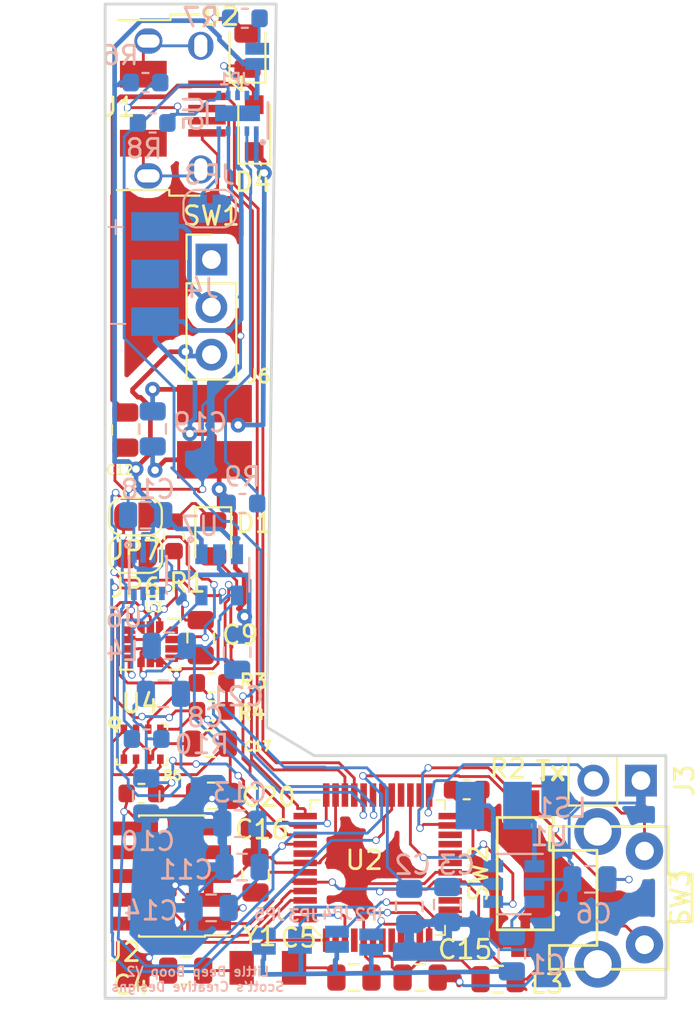
<source format=kicad_pcb>
(kicad_pcb (version 20171130) (host pcbnew "(5.0.1)-rc2")
  (layers (0 F.Cu signal) (31 B.Cu signal) (34 B.Paste user) (35 F.Paste user) (36 B.SilkS user) (37 F.SilkS user) (38 B.Mask user) (39 F.Mask user) (44 Edge.Cuts user))
  (net 0 "")
  (net 1 "Net-(C1-Pad2)")
  (net 2 Audio)
  (net 3 BattRtn)
  (net 4 Vdd)
  (net 5 "Net-(C4-Pad2)")
  (net 6 "Net-(C5-Pad2)")
  (net 7 USB_PWR)
  (net 8 /BatteryManagement/Solar+)
  (net 9 LED1_P2)
  (net 10 "Net-(D1-Pad1)")
  (net 11 "Net-(D2-Pad1)")
  (net 12 "Net-(D2-Pad2)")
  (net 13 "Net-(J1-Pad6)")
  (net 14 "Net-(J1-Pad4)")
  (net 15 Fun_Btn_1_P23)
  (net 16 /SWDIO)
  (net 17 /SWDCLK)
  (net 18 /SWO)
  (net 19 /RESET)
  (net 20 /BatteryManagement/Batt_int)
  (net 21 "Net-(JP1-Pad2)")
  (net 22 "Net-(LS1-Pad1)")
  (net 23 "Net-(LS1-Pad2)")
  (net 24 SDA)
  (net 25 SCL)
  (net 26 "Net-(R9-Pad1)")
  (net 27 "Net-(SW1-Pad1)")
  (net 28 Shutdown)
  (net 29 "Net-(U2-Pad28)")
  (net 30 ALRT)
  (net 31 "Net-(U2-Pad20)")
  (net 32 "Net-(U2-Pad16)")
  (net 33 "Net-(U2-Pad14)")
  (net 34 "Net-(U2-Pad4)")
  (net 35 BATT_ALRT)
  (net 36 "Net-(U3-Pad10)")
  (net 37 "Net-(U3-Pad11)")
  (net 38 "Net-(U2-Pad15)")
  (net 39 "Net-(U2-Pad8)")
  (net 40 "Net-(U2-Pad7)")
  (net 41 "Net-(C9-Pad1)")
  (net 42 IMU_INT)
  (net 43 BattPwr)
  (net 44 "Net-(L4-Pad1)")
  (net 45 /VDDANA)
  (net 46 /VDDCORE)
  (net 47 "Net-(J2-Pad7)")
  (net 48 "Net-(J2-Pad8)")
  (net 49 "Net-(J2-Pad9)")
  (net 50 "Net-(JP3-Pad2)")
  (net 51 "Net-(JP4-Pad2)")
  (net 52 "Net-(U2-Pad9)")
  (net 53 "Net-(U2-Pad10)")
  (net 54 "Net-(U2-Pad21)")
  (net 55 "Net-(U2-Pad24)")
  (net 56 "Net-(U2-Pad26)")
  (net 57 "Net-(U2-Pad30)")
  (net 58 "Net-(U2-Pad41)")
  (net 59 "Net-(U2-Pad47)")
  (net 60 "Net-(U5-Pad9)")
  (net 61 /BatteryManagement/Batt-)
  (net 62 /USB_DP)
  (net 63 /USB_DM)
  (net 64 "Net-(JP2-Pad2)")
  (net 65 "Net-(JP5-Pad2)")
  (net 66 "Net-(R6-Pad2)")
  (net 67 CHRG_EN)
  (net 68 "Net-(U2-Pad48)")
  (net 69 "Net-(U2-Pad19)")
  (net 70 "Net-(J3-Pad2)")
  (net 71 "Net-(JP6-Pad1)")
  (net 72 "Net-(JP7-Pad1)")
  (net 73 "Net-(R10-Pad2)")
  (net 74 "Net-(J4-Pad2)")
  (net 75 "Net-(JP8-Pad1)")
  (net 76 "Net-(JP8-Pad2)")
  (module Jumper:SolderJumper-2_P1.3mm_Bridged_RoundedPad1.0x1.5mm (layer F.Cu) (at 158.61308 116.2431 180)
    (fp_text reference JP6 (at 0 -1.8 180) (layer F.SilkS))
    (fp_text value NC)
    (pad 1 smd custom (at -0.65 0 180) (size 1 0.5) (layers F.Cu F.Mask) (net 71 "Net-(JP6-Pad1)") (options (clearance outline) (anchor rect)) (primitives (gr_circle (center 0 0.25) (end 0.5 0.25) (width 0)) (gr_circle (center 0 -0.25) (end 0.5 -0.25) (width 0)) (gr_poly (pts (xy 0 -0.75) (xy 0.5 -0.75) (xy 0.5 0.75) (xy 0 0.75)) (width 0)) (gr_poly (pts (xy 0.9 -0.3) (xy 0.4 -0.3) (xy 0.4 0.3) (xy 0.9 0.3)) (width 0))))
    (pad 2 smd custom (at 0.65 0 180) (size 1 0.5) (layers F.Cu F.Mask) (net 42 IMU_INT) (options (clearance outline) (anchor rect)) (primitives (gr_circle (center 0 0.25) (end 0.5 0.25) (width 0)) (gr_circle (center 0 -0.25) (end 0.5 -0.25) (width 0)) (gr_poly (pts (xy 0 -0.75) (xy -0.5 -0.75) (xy -0.5 0.75) (xy 0 0.75)) (width 0))))
  )
  (module Package_TO_SOT_SMD:SOT-23-5 (layer B.Cu) (at 163.068 117.348 270)
    (fp_text reference U7 (at -2.60096 1.03124) (layer B.SilkS) (effects (justify mirror)))
    (fp_text value LM3671)
    (pad 5 smd rect (at 1.1 0.95 270) (size 1.06 0.65) (layers B.Cu B.Paste B.Mask) (net 44 "Net-(L4-Pad1)"))
    (pad 4 smd rect (at 1.1 -0.95 270) (size 1.06 0.65) (layers B.Cu B.Paste B.Mask) (net 4 Vdd))
    (pad 3 smd rect (at -1.1 -0.95 270) (size 1.06 0.65) (layers B.Cu B.Paste B.Mask) (net 43 BattPwr))
    (pad 2 smd rect (at -1.1 0 270) (size 1.06 0.65) (layers B.Cu B.Paste B.Mask) (net 61 /BatteryManagement/Batt-))
    (pad 1 smd rect (at -1.1 0.95 270) (size 1.06 0.65) (layers B.Cu B.Paste B.Mask) (net 43 BattPwr))
  )
  (module CustomFP:USB_Micro-B_Adafruit (layer F.Cu) (at 160.4 91.6 270)
    (fp_text reference J1 (at 0.775 2.675) (layer F.SilkS))
    (fp_text value USB_B_Micro)
    (pad "" np_thru_hole circle (at 2.795 -0.785) (size 0.85 0.85) (drill 0.85) (layers *.Cu *.Mask))
    (pad "" np_thru_hole circle (at -1.105 -0.785) (size 0.85 0.85) (drill 0.85) (layers *.Cu *.Mask))
    (pad 6 thru_hole oval (at 4.1 -1.685 270) (size 1.5 1.35) (drill oval 1.2 0.7) (layers *.Cu *.Mask) (net 13 "Net-(J1-Pad6)"))
    (pad 6 thru_hole oval (at -2.5 -1.685 270) (size 1.5 1.35) (drill oval 1.2 0.7) (layers *.Cu *.Mask) (net 13 "Net-(J1-Pad6)"))
    (pad 6 smd rect (at 2.7 1.385) (size 2.5 1.43) (layers F.Cu F.Paste F.Mask) (net 13 "Net-(J1-Pad6)"))
    (pad 6 thru_hole oval (at 4.445 1.115) (size 1.5 1.35) (drill oval 1.2 0.7) (layers *.Cu *.Mask) (net 13 "Net-(J1-Pad6)"))
    (pad 1 smd rect (at -0.45 -2.015) (size 2 0.4) (layers F.Cu F.Paste F.Mask) (net 7 USB_PWR))
    (pad 2 smd rect (at 0.2 -2.015) (size 2 0.4) (layers F.Cu F.Paste F.Mask) (net 63 /USB_DM))
    (pad 3 smd rect (at 0.85 -2.015) (size 2 0.4) (layers F.Cu F.Paste F.Mask) (net 62 /USB_DP))
    (pad 4 smd rect (at 1.5 -2.015) (size 2 0.4) (layers F.Cu F.Paste F.Mask) (net 14 "Net-(J1-Pad4)"))
    (pad 5 smd rect (at 2.15 -2.015) (size 2 0.4) (layers F.Cu F.Paste F.Mask) (net 3 BattRtn))
    (pad 6 thru_hole oval (at -2.755 1.115) (size 1.5 1.35) (drill oval 1.2 0.7) (layers *.Cu *.Mask) (net 13 "Net-(J1-Pad6)"))
    (pad 6 smd rect (at -0.985 1.385) (size 2.5 1.43) (layers F.Cu F.Paste F.Mask) (net 13 "Net-(J1-Pad6)"))
  )
  (module Capacitor_SMD:C_0805_2012Metric (layer F.Cu) (at 162.72 129.15)
    (fp_text reference C20 (at 2.99 0.06) (layer F.SilkS))
    (fp_text value 100nF)
    (pad 1 smd roundrect (at -0.9375 0) (size 0.975 1.4) (layers F.Cu F.Paste F.Mask) (net 4 Vdd))
    (pad 2 smd roundrect (at 0.9375 0) (size 0.975 1.4) (layers F.Cu F.Paste F.Mask) (net 3 BattRtn))
  )
  (module Capacitor_SMD:C_0805_2012Metric (layer B.Cu) (at 162.6385 135.128 180)
    (fp_text reference C14 (at 3.2215 -0.152 180) (layer B.SilkS) (effects (justify mirror)))
    (fp_text value 82n)
    (pad 1 smd roundrect (at -0.9375 0 180) (size 0.975 1.4) (layers B.Cu B.Paste B.Mask) (net 4 Vdd))
    (pad 2 smd roundrect (at 0.9375 0 180) (size 0.975 1.4) (layers B.Cu B.Paste B.Mask) (net 3 BattRtn))
  )
  (module Connector_PinHeader_2.54mm:PinHeader_1x03_P2.54mm_Vertical (layer F.Cu) (at 162.65398 100.51034)
    (fp_text reference SW1 (at 0 -2.33) (layer F.SilkS))
    (fp_text value SW_SPDT)
    (pad 1 thru_hole rect (at 0 0) (size 1.7 1.7) (drill 1) (layers *.Cu *.Mask) (net 27 "Net-(SW1-Pad1)"))
    (pad 2 thru_hole oval (at 0 2.54) (size 1.7 1.7) (drill 1) (layers *.Cu *.Mask) (net 20 /BatteryManagement/Batt_int))
    (pad 3 thru_hole oval (at 0 5.08) (size 1.7 1.7) (drill 1) (layers *.Cu *.Mask) (net 43 BattPwr))
  )
  (module Capacitor_SMD:C_0805_2012Metric (layer F.Cu) (at 170.2725 138.85 180)
    (fp_text reference C5 (at 2.95 2.12) (layer F.SilkS))
    (fp_text value C)
    (pad 1 smd roundrect (at -0.9375 0 180) (size 0.975 1.4) (layers F.Cu F.Paste F.Mask) (net 3 BattRtn))
    (pad 2 smd roundrect (at 0.9375 0 180) (size 0.975 1.4) (layers F.Cu F.Paste F.Mask) (net 6 "Net-(C5-Pad2)"))
  )
  (module Capacitor_SMD:C_0805_2012Metric (layer B.Cu) (at 178.71 137.5825 90)
    (fp_text reference C1 (at -0.5935 1.884 180) (layer B.SilkS) (effects (justify mirror)))
    (fp_text value C)
    (pad 2 smd roundrect (at 0.9375 0 90) (size 0.975 1.4) (layers B.Cu B.Paste B.Mask) (net 1 "Net-(C1-Pad2)"))
    (pad 1 smd roundrect (at -0.9375 0 90) (size 0.975 1.4) (layers B.Cu B.Paste B.Mask) (net 2 Audio))
  )
  (module Capacitor_SMD:C_0805_2012Metric (layer B.Cu) (at 173.228 135.0495 270)
    (fp_text reference C2 (at -2.2075 -0.175) (layer B.SilkS) (effects (justify mirror)))
    (fp_text value C)
    (pad 2 smd roundrect (at 0.9375 0 270) (size 0.975 1.4) (layers B.Cu B.Paste B.Mask) (net 3 BattRtn))
    (pad 1 smd roundrect (at -0.9375 0 270) (size 0.975 1.4) (layers B.Cu B.Paste B.Mask) (net 4 Vdd))
  )
  (module Capacitor_SMD:C_0805_2012Metric (layer B.Cu) (at 175.26 134.9525 270)
    (fp_text reference C3 (at -2.1105 -0.508) (layer B.SilkS) (effects (justify mirror)))
    (fp_text value C)
    (pad 1 smd roundrect (at -0.9375 0 270) (size 0.975 1.4) (layers B.Cu B.Paste B.Mask) (net 4 Vdd))
    (pad 2 smd roundrect (at 0.9375 0 270) (size 0.975 1.4) (layers B.Cu B.Paste B.Mask) (net 3 BattRtn))
  )
  (module Capacitor_SMD:C_0805_2012Metric (layer F.Cu) (at 161.2775 138.48)
    (fp_text reference C4 (at -2.9275 0.77) (layer F.SilkS))
    (fp_text value C)
    (pad 2 smd roundrect (at 0.9375 0) (size 0.975 1.4) (layers F.Cu F.Paste F.Mask) (net 5 "Net-(C4-Pad2)"))
    (pad 1 smd roundrect (at -0.9375 0) (size 0.975 1.4) (layers F.Cu F.Paste F.Mask) (net 3 BattRtn))
  )
  (module Capacitor_SMD:C_0805_2012Metric (layer B.Cu) (at 159.17 129.1525 270)
    (fp_text reference C10 (at 2.4195 -0.088) (layer B.SilkS) (effects (justify mirror)))
    (fp_text value 82n)
    (pad 2 smd roundrect (at 0.9375 0 270) (size 0.975 1.4) (layers B.Cu B.Paste B.Mask) (net 3 BattRtn))
    (pad 1 smd roundrect (at -0.9375 0 270) (size 0.975 1.4) (layers B.Cu B.Paste B.Mask) (net 4 Vdd))
  )
  (module Capacitor_SMD:C_0805_2012Metric (layer B.Cu) (at 164.2925 132.95 180)
    (fp_text reference C11 (at 3.0025 -0.146 180) (layer B.SilkS) (effects (justify mirror)))
    (fp_text value 2.2u)
    (pad 1 smd roundrect (at -0.9375 0 180) (size 0.975 1.4) (layers B.Cu B.Paste B.Mask) (net 4 Vdd))
    (pad 2 smd roundrect (at 0.9375 0 180) (size 0.975 1.4) (layers B.Cu B.Paste B.Mask) (net 3 BattRtn))
  )
  (module Capacitor_SMD:C_0805_2012Metric (layer F.Cu) (at 158.0515 109.616 90)
    (fp_text reference C12 (at -2.12876 -0.30734 180) (layer F.SilkS) (effects (font (size 0.5 0.5) (thickness 0.1))))
    (fp_text value 100nF)
    (pad 1 smd roundrect (at -0.9375 0 90) (size 0.975 1.4) (layers F.Cu F.Paste F.Mask) (net 3 BattRtn))
    (pad 2 smd roundrect (at 0.9375 0 90) (size 0.975 1.4) (layers F.Cu F.Paste F.Mask) (net 7 USB_PWR))
  )
  (module Capacitor_SMD:C_0805_2012Metric (layer B.Cu) (at 164.1725 130.63 180)
    (fp_text reference C13 (at 0 1.65 180) (layer B.SilkS) (effects (justify mirror)))
    (fp_text value 82n)
    (pad 2 smd roundrect (at 0.9375 0 180) (size 0.975 1.4) (layers B.Cu B.Paste B.Mask) (net 3 BattRtn))
    (pad 1 smd roundrect (at -0.9375 0 180) (size 0.975 1.4) (layers B.Cu B.Paste B.Mask) (net 4 Vdd))
  )
  (module Capacitor_SMD:C_0805_2012Metric (layer F.Cu) (at 173.81 138.85)
    (fp_text reference C15 (at 2.4025 -1.4995) (layer F.SilkS))
    (fp_text value 82n)
    (pad 2 smd roundrect (at 0.9375 0) (size 0.975 1.4) (layers F.Cu F.Paste F.Mask) (net 3 BattRtn))
    (pad 1 smd roundrect (at -0.9375 0) (size 0.975 1.4) (layers F.Cu F.Paste F.Mask) (net 45 /VDDANA))
  )
  (module Capacitor_SMD:C_0805_2012Metric (layer F.Cu) (at 165.01 133.3725 90)
    (fp_text reference C16 (at 2.4225 0.34 180) (layer F.SilkS))
    (fp_text value 82n)
    (pad 1 smd roundrect (at -0.9375 0 90) (size 0.975 1.4) (layers F.Cu F.Paste F.Mask) (net 46 /VDDCORE))
    (pad 2 smd roundrect (at 0.9375 0 90) (size 0.975 1.4) (layers F.Cu F.Paste F.Mask) (net 3 BattRtn))
  )
  (module Capacitor_SMD:C_0805_2012Metric (layer B.Cu) (at 159.1425 114.16)
    (fp_text reference C18 (at 0.1155 -1.384) (layer B.SilkS) (effects (justify mirror)))
    (fp_text value 0.1uF)
    (pad 2 smd roundrect (at 0.9375 0) (size 0.975 1.4) (layers B.Cu B.Paste B.Mask) (net 43 BattPwr))
    (pad 1 smd roundrect (at -0.9375 0) (size 0.975 1.4) (layers B.Cu B.Paste B.Mask) (net 3 BattRtn))
  )
  (module Capacitor_SMD:C_0805_2012Metric (layer B.Cu) (at 159.512 109.5525 270)
    (fp_text reference C19 (at -0.3325 -2.54) (layer B.SilkS) (effects (justify mirror)))
    (fp_text value 0.1uF)
    (pad 1 smd roundrect (at -0.9375 0 270) (size 0.975 1.4) (layers B.Cu B.Paste B.Mask) (net 8 /BatteryManagement/Solar+))
    (pad 2 smd roundrect (at 0.9375 0 270) (size 0.975 1.4) (layers B.Cu B.Paste B.Mask) (net 61 /BatteryManagement/Batt-))
  )
  (module LED_SMD:LED_0805_2012Metric (layer F.Cu) (at 162.7505 115.4225 270)
    (fp_text reference D1 (at -0.83294 -2.19964) (layer F.SilkS))
    (fp_text value LED_B)
    (pad 2 smd roundrect (at 0.9375 0 270) (size 0.975 1.4) (layers F.Cu F.Paste F.Mask) (net 9 LED1_P2))
    (pad 1 smd roundrect (at -0.9375 0 270) (size 0.975 1.4) (layers F.Cu F.Paste F.Mask) (net 10 "Net-(D1-Pad1)"))
  )
  (module LED_SMD:LED_0805_2012Metric (layer F.Cu) (at 164.58 89.3825 90)
    (fp_text reference D2 (at 1.88204 -1.41802 180) (layer F.SilkS))
    (fp_text value LED)
    (pad 1 smd roundrect (at -0.9375 0 90) (size 0.975 1.4) (layers F.Cu F.Paste F.Mask) (net 11 "Net-(D2-Pad1)"))
    (pad 2 smd roundrect (at 0.9375 0 90) (size 0.975 1.4) (layers F.Cu F.Paste F.Mask) (net 12 "Net-(D2-Pad2)"))
  )
  (module Jumpers:SMT-JUMPER_2_NO_NO-SILK (layer B.Cu) (at 165.1 89.662 90)
    (fp_text reference JP1 (at -1.2192 -1.2192 180) (layer B.SilkS) (effects (font (size 0.6096 0.6096) (thickness 0.127)) (justify mirror)))
    (fp_text value J_NO hide)
    (pad 2 smd rect (at 0.4064 0 90) (size 0.635 1.27) (layers B.Cu B.Mask) (net 21 "Net-(JP1-Pad2)"))
    (pad 1 smd rect (at -0.4064 0 90) (size 0.635 1.27) (layers B.Cu B.Mask) (net 43 BattPwr))
  )
  (module Resistor_SMD:R_0603_1608Metric (layer F.Cu) (at 160.65 115.2925 270)
    (fp_text reference R1 (at 2.48222 -0.72128) (layer F.SilkS))
    (fp_text value 5.6)
    (pad 1 smd roundrect (at -0.7875 0 270) (size 0.875 0.95) (layers F.Cu F.Paste F.Mask) (net 10 "Net-(D1-Pad1)"))
    (pad 2 smd roundrect (at 0.7875 0 270) (size 0.875 0.95) (layers F.Cu F.Paste F.Mask) (net 4 Vdd))
  )
  (module Resistor_SMD:R_0603_1608Metric (layer F.Cu) (at 176.2975 128.82)
    (fp_text reference R2 (at 2.201 -1.1215) (layer F.SilkS))
    (fp_text value 10k)
    (pad 2 smd roundrect (at 0.7875 0) (size 0.875 0.95) (layers F.Cu F.Paste F.Mask) (net 3 BattRtn))
    (pad 1 smd roundrect (at -0.7875 0) (size 0.875 0.95) (layers F.Cu F.Paste F.Mask) (net 15 Fun_Btn_1_P23))
  )
  (module Resistor_SMD:R_0603_1608Metric (layer F.Cu) (at 162.6625 123.12 180)
    (fp_text reference R3 (at -2.2343 0.0824 180) (layer F.SilkS) (effects (font (size 0.75 0.75))))
    (fp_text value R)
    (pad 1 smd roundrect (at -0.7875 0 180) (size 0.875 0.95) (layers F.Cu F.Paste F.Mask) (net 4 Vdd))
    (pad 2 smd roundrect (at 0.7875 0 180) (size 0.875 0.95) (layers F.Cu F.Paste F.Mask) (net 24 SDA))
  )
  (module Resistor_SMD:R_0603_1608Metric (layer F.Cu) (at 162.6725 124.61 180)
    (fp_text reference R4 (at -2.11 -0.104 180) (layer F.SilkS) (effects (font (size 0.74 0.74) (thickness 0.185))))
    (fp_text value R)
    (pad 2 smd roundrect (at 0.7875 0 180) (size 0.875 0.95) (layers F.Cu F.Paste F.Mask) (net 25 SCL))
    (pad 1 smd roundrect (at -0.7875 0 180) (size 0.875 0.95) (layers F.Cu F.Paste F.Mask) (net 4 Vdd))
  )
  (module Resistor_SMD:R_0603_1608Metric (layer B.Cu) (at 164.4395 87.63 180)
    (fp_text reference R7 (at 2.358 0.036 180) (layer B.SilkS) (effects (justify mirror)))
    (fp_text value 330)
    (pad 1 smd roundrect (at -0.7875 0 180) (size 0.875 0.95) (layers B.Cu B.Paste B.Mask) (net 21 "Net-(JP1-Pad2)"))
    (pad 2 smd roundrect (at 0.7875 0 180) (size 0.875 0.95) (layers B.Cu B.Paste B.Mask) (net 12 "Net-(D2-Pad2)"))
  )
  (module Resistor_SMD:R_0603_1608Metric (layer B.Cu) (at 164.3125 113.538 180)
    (fp_text reference R9 (at 0 1.43 180) (layer B.SilkS) (effects (justify mirror)))
    (fp_text value 750)
    (pad 2 smd roundrect (at 0.7875 0 180) (size 0.875 0.95) (layers B.Cu B.Paste B.Mask) (net 61 /BatteryManagement/Batt-))
    (pad 1 smd roundrect (at -0.7875 0 180) (size 0.875 0.95) (layers B.Cu B.Paste B.Mask) (net 26 "Net-(R9-Pad1)"))
  )
  (module Package_TO_SOT_SMD:SOT-23-6 (layer B.Cu) (at 178.816 133.858 180)
    (fp_text reference U1 (at -1.89484 2.54508 180) (layer B.SilkS) (effects (justify mirror)))
    (fp_text value PAM8301)
    (pad 1 smd rect (at -1.1 0.95 180) (size 1.06 0.65) (layers B.Cu B.Paste B.Mask) (net 23 "Net-(LS1-Pad2)"))
    (pad 2 smd rect (at -1.1 0 180) (size 1.06 0.65) (layers B.Cu B.Paste B.Mask) (net 3 BattRtn))
    (pad 3 smd rect (at -1.1 -0.95 180) (size 1.06 0.65) (layers B.Cu B.Paste B.Mask) (net 1 "Net-(C1-Pad2)"))
    (pad 4 smd rect (at 1.1 -0.95 180) (size 1.06 0.65) (layers B.Cu B.Paste B.Mask) (net 28 Shutdown))
    (pad 6 smd rect (at 1.1 0.95 180) (size 1.06 0.65) (layers B.Cu B.Paste B.Mask) (net 22 "Net-(LS1-Pad1)"))
    (pad 5 smd rect (at 1.1 0 180) (size 1.06 0.65) (layers B.Cu B.Paste B.Mask) (net 4 Vdd))
  )
  (module CustomFP:TQFN-8_2x2x0.75 (layer B.Cu) (at 158.258 116.348 270)
    (fp_text reference U6 (at 3.286 0.27 180) (layer B.SilkS) (effects (justify mirror)))
    (fp_text value MAX17048)
    (pad 4 smd rect (at 0 -1.75 180) (size 0.3 0.7) (layers B.Cu B.Paste B.Mask) (net 3 BattRtn))
    (pad 3 smd rect (at 0 -1.25 180) (size 0.3 0.7) (layers B.Cu B.Paste B.Mask) (net 43 BattPwr))
    (pad 2 smd rect (at 0 -0.75 180) (size 0.3 0.7) (layers B.Cu B.Paste B.Mask) (net 43 BattPwr))
    (pad 1 smd rect (at 0 -0.25 180) (size 0.3 0.7) (layers B.Cu B.Paste B.Mask) (net 3 BattRtn))
    (pad 8 smd rect (at 2 -0.25 180) (size 0.3 0.7) (layers B.Cu B.Paste B.Mask) (net 24 SDA))
    (pad 7 smd rect (at 2 -0.75 180) (size 0.3 0.7) (layers B.Cu B.Paste B.Mask) (net 25 SCL))
    (pad 6 smd rect (at 2 -1.25 180) (size 0.3 0.7) (layers B.Cu B.Paste B.Mask) (net 3 BattRtn))
    (pad 5 smd rect (at 2 -1.75 180) (size 0.3 0.7) (layers B.Cu B.Paste B.Mask) (net 35 BATT_ALRT))
    (pad 9 smd rect (at 1 -1 180) (size 1.2 0.8) (layers B.Cu B.Paste B.Mask) (net 3 BattRtn))
  )
  (module CustomFP:SMD_3Pin_2.54mm (layer B.Cu) (at 159.639 103.8225 90)
    (fp_text reference J4 (at 1.778 2.54 180) (layer B.SilkS) (effects (justify mirror)))
    (fp_text value Conn_01x03)
    (pad 3 smd rect (at 5.08 0 90) (size 1.524 2.54) (layers B.Cu B.Paste B.Mask) (net 20 /BatteryManagement/Batt_int))
    (pad 2 smd rect (at 2.54 0 90) (size 1.524 2.54) (layers B.Cu B.Paste B.Mask) (net 74 "Net-(J4-Pad2)"))
    (pad 1 smd rect (at 0 0 90) (size 1.524 2.54) (layers B.Cu B.Paste B.Mask) (net 61 /BatteryManagement/Batt-))
  )
  (module kicad-open-modules:2_PIN_SMD (layer F.Cu) (at 162.814 109.704)
    (fp_text reference J6 (at 2.38252 -2.9605) (layer F.SilkS) (effects (font (size 0.7 0.7) (thickness 0.1524))))
    (fp_text value Conn_01x02 hide)
    (pad 2 smd rect (at 0 1.5) (size 4 2) (layers F.Cu F.Paste F.Mask) (net 61 /BatteryManagement/Batt-))
    (pad 1 smd rect (at 0 -1.5) (size 4 2) (layers F.Cu F.Paste F.Mask) (net 8 /BatteryManagement/Solar+))
  )
  (module Capacitor_SMD:C_0805_2012Metric (layer B.Cu) (at 160.0875 123.7)
    (fp_text reference C8 (at 2.23628 1.268) (layer B.SilkS) (effects (justify mirror)))
    (fp_text value 100nF)
    (pad 2 smd roundrect (at 0.9375 0) (size 0.975 1.4) (layers B.Cu B.Paste B.Mask) (net 3 BattRtn))
    (pad 1 smd roundrect (at -0.9375 0) (size 0.975 1.4) (layers B.Cu B.Paste B.Mask) (net 4 Vdd))
  )
  (module Capacitor_SMD:C_0805_2012Metric (layer F.Cu) (at 162.08 120.7025 90)
    (fp_text reference C9 (at 0.1425 2.11 180) (layer F.SilkS))
    (fp_text value 100nF)
    (pad 1 smd roundrect (at -0.9375 0 90) (size 0.975 1.4) (layers F.Cu F.Paste F.Mask) (net 41 "Net-(C9-Pad1)"))
    (pad 2 smd roundrect (at 0.9375 0 90) (size 0.975 1.4) (layers F.Cu F.Paste F.Mask) (net 3 BattRtn))
  )
  (module Package_LGA:LGA-14_3x2.5mm_P0.5mm_LayoutBorder3x4y (layer F.Cu) (at 159.39 121.05)
    (fp_text reference U3 (at 0.16772 -1.9748) (layer F.SilkS) (effects (font (size 0.5 0.5) (thickness 0.1))))
    (fp_text value LSM6DS3)
    (pad 1 smd custom (at -1.1375 -0.75) (size 0.4 0.4) (layers F.Cu F.Paste F.Mask) (net 4 Vdd) (options (clearance outline) (anchor circle)) (primitives (gr_poly (pts (xy -0.3375 -0.2) (xy 0.0875 -0.2) (xy 0.3375 0.05) (xy 0.3375 0.2) (xy -0.3375 0.2)) (width 0))))
    (pad 2 smd rect (at -1.1375 -0.25) (size 0.675 0.4) (layers F.Cu F.Paste F.Mask) (net 4 Vdd))
    (pad 3 smd rect (at -1.1375 0.25) (size 0.675 0.4) (layers F.Cu F.Paste F.Mask) (net 4 Vdd))
    (pad 4 smd custom (at -1.1375 0.75) (size 0.4 0.4) (layers F.Cu F.Paste F.Mask) (net 72 "Net-(JP7-Pad1)") (options (clearance outline) (anchor circle)) (primitives (gr_poly (pts (xy -0.3375 -0.2) (xy 0.3375 -0.2) (xy 0.3375 -0.05) (xy 0.0875 0.2) (xy -0.3375 0.2)) (width 0))))
    (pad 5 smd custom (at -0.5 0.8875) (size 0.4 0.4) (layers F.Cu F.Paste F.Mask) (net 4 Vdd) (options (clearance outline) (anchor circle)) (primitives (gr_poly (pts (xy -0.2 -0.0875) (xy 0.05 -0.3375) (xy 0.2 -0.3375) (xy 0.2 0.3375) (xy -0.2 0.3375)) (width 0))))
    (pad 6 smd rect (at 0 0.8875) (size 0.4 0.675) (layers F.Cu F.Paste F.Mask) (net 3 BattRtn))
    (pad 7 smd custom (at 0.5 0.8875) (size 0.4 0.4) (layers F.Cu F.Paste F.Mask) (net 3 BattRtn) (options (clearance outline) (anchor circle)) (primitives (gr_poly (pts (xy -0.2 -0.3375) (xy -0.05 -0.3375) (xy 0.2 -0.0875) (xy 0.2 0.3375) (xy -0.2 0.3375)) (width 0))))
    (pad 8 smd custom (at 1.1375 0.75) (size 0.4 0.4) (layers F.Cu F.Paste F.Mask) (net 41 "Net-(C9-Pad1)") (options (clearance outline) (anchor circle)) (primitives (gr_poly (pts (xy -0.3375 -0.2) (xy 0.3375 -0.2) (xy 0.3375 0.2) (xy -0.0875 0.2) (xy -0.3375 -0.05)) (width 0))))
    (pad 9 smd rect (at 1.1375 0.25) (size 0.675 0.4) (layers F.Cu F.Paste F.Mask) (net 71 "Net-(JP6-Pad1)"))
    (pad 10 smd rect (at 1.1375 -0.25) (size 0.675 0.4) (layers F.Cu F.Paste F.Mask) (net 36 "Net-(U3-Pad10)"))
    (pad 11 smd custom (at 1.1375 -0.75) (size 0.4 0.4) (layers F.Cu F.Paste F.Mask) (net 37 "Net-(U3-Pad11)") (options (clearance outline) (anchor circle)) (primitives (gr_poly (pts (xy -0.3375 0.05) (xy -0.0875 -0.2) (xy 0.3375 -0.2) (xy 0.3375 0.2) (xy -0.3375 0.2)) (width 0))))
    (pad 12 smd custom (at 0.5 -0.8875) (size 0.4 0.4) (layers F.Cu F.Paste F.Mask) (net 73 "Net-(R10-Pad2)") (options (clearance outline) (anchor circle)) (primitives (gr_poly (pts (xy -0.2 -0.3375) (xy 0.2 -0.3375) (xy 0.2 0.0875) (xy -0.05 0.3375) (xy -0.2 0.3375)) (width 0))))
    (pad 13 smd rect (at 0 -0.8875) (size 0.4 0.675) (layers F.Cu F.Paste F.Mask) (net 25 SCL))
    (pad 14 smd custom (at -0.5 -0.8875) (size 0.4 0.4) (layers F.Cu F.Paste F.Mask) (net 24 SDA) (options (clearance outline) (anchor circle)) (primitives (gr_poly (pts (xy -0.2 -0.3375) (xy 0.2 -0.3375) (xy 0.2 0.3375) (xy 0.05 0.3375) (xy -0.2 0.0875)) (width 0))))
  )
  (module CustomFP:CMS-151125-078X (layer B.Cu) (at 176.47 129.67)
    (fp_text reference LS1 (at 4.886 0.124) (layer B.SilkS) (effects (justify mirror)))
    (fp_text value Speaker)
    (pad 1 smd rect (at 0 0) (size 1.524 2.54) (layers B.Cu B.Paste B.Mask) (net 22 "Net-(LS1-Pad1)"))
    (pad 2 smd rect (at 2.54 0) (size 1.524 2.54) (layers B.Cu B.Paste B.Mask) (net 23 "Net-(LS1-Pad2)"))
  )
  (module Capacitor_SMD:C_0805_2012Metric (layer F.Cu) (at 162.5925 126.36)
    (fp_text reference C17 (at 2.5375 0.15) (layer F.SilkS) (effects (font (size 0.5 0.5) (thickness 0.125))))
    (fp_text value 100nF)
    (pad 2 smd roundrect (at 0.9375 0) (size 0.975 1.4) (layers F.Cu F.Paste F.Mask) (net 3 BattRtn))
    (pad 1 smd roundrect (at -0.9375 0) (size 0.975 1.4) (layers F.Cu F.Paste F.Mask) (net 4 Vdd))
  )
  (module digikey-footprints:LGA-8_2x2.5mm_BMP280 (layer F.Cu) (at 158.95 126.39 90)
    (fp_text reference U4 (at 2.18 -0.11 180) (layer F.SilkS))
    (fp_text value BMP280)
    (pad 1 smd rect (at 0.8 -0.975 90) (size 0.5 0.35) (layers F.Cu F.Paste F.Mask) (net 3 BattRtn))
    (pad 2 smd rect (at 0.8 -0.325 90) (size 0.5 0.35) (layers F.Cu F.Paste F.Mask) (net 4 Vdd))
    (pad 3 smd rect (at 0.8 0.325 90) (size 0.5 0.35) (layers F.Cu F.Paste F.Mask) (net 24 SDA))
    (pad 4 smd rect (at 0.8 0.975 90) (size 0.5 0.35) (layers F.Cu F.Paste F.Mask) (net 25 SCL))
    (pad 5 smd rect (at -0.8 0.975 90) (size 0.5 0.35) (layers F.Cu F.Paste F.Mask) (net 3 BattRtn))
    (pad 6 smd rect (at -0.8 0.325 90) (size 0.5 0.35) (layers F.Cu F.Paste F.Mask) (net 4 Vdd))
    (pad 7 smd rect (at -0.8 -0.325 90) (size 0.5 0.35) (layers F.Cu F.Paste F.Mask) (net 3 BattRtn))
    (pad 8 smd rect (at -0.8 -0.975 90) (size 0.5 0.35) (layers F.Cu F.Paste F.Mask) (net 4 Vdd))
  )
  (module Capacitor_SMD:C_0805_2012Metric (layer B.Cu) (at 164.02812 121.47574 90)
    (fp_text reference C21 (at -2.37212 -0.01524 180) (layer B.SilkS) (effects (justify mirror)))
    (fp_text value C)
    (pad 1 smd roundrect (at -0.9375 0 90) (size 0.975 1.4) (layers B.Cu B.Paste B.Mask) (net 4 Vdd))
    (pad 2 smd roundrect (at 0.9375 0 90) (size 0.975 1.4) (layers B.Cu B.Paste B.Mask) (net 61 /BatteryManagement/Batt-))
  )
  (module Inductor_SMD:L_0805_2012Metric (layer B.Cu) (at 160.40076 121.13514)
    (fp_text reference L4 (at -2.506 0.282) (layer B.SilkS) (effects (justify mirror)))
    (fp_text value INDUCTOR)
    (pad 1 smd roundrect (at -0.9375 0) (size 0.975 1.4) (layers B.Cu B.Paste B.Mask) (net 44 "Net-(L4-Pad1)"))
    (pad 2 smd roundrect (at 0.9375 0) (size 0.975 1.4) (layers B.Cu B.Paste B.Mask) (net 4 Vdd))
  )
  (module Diode_SMD:D_SOD-323_HandSoldering (layer F.Cu) (at 164.94 93.492 90)
    (fp_text reference D4 (at -2.88322 -0.06352 180) (layer F.SilkS))
    (fp_text value D)
    (pad 1 smd rect (at -1.25 0 90) (size 1 1) (layers F.Cu F.Paste F.Mask) (net 8 /BatteryManagement/Solar+))
    (pad 2 smd rect (at 1.25 0 90) (size 1 1) (layers F.Cu F.Paste F.Mask) (net 7 USB_PWR))
  )
  (module Connector_PinHeader_1.27mm:PinHeader_2x05_P1.27mm_Vertical_SMD (layer F.Cu) (at 160.55 133.43 180)
    (fp_text reference J2 (at 2.53 -4.06 180) (layer F.SilkS))
    (fp_text value Conn_ARM_JTAG_SWD_10)
    (pad 1 smd rect (at -1.95 -2.54 180) (size 2.4 0.74) (layers F.Cu F.Paste F.Mask) (net 4 Vdd))
    (pad 2 smd rect (at 1.95 -2.54 180) (size 2.4 0.74) (layers F.Cu F.Paste F.Mask) (net 16 /SWDIO))
    (pad 3 smd rect (at -1.95 -1.27 180) (size 2.4 0.74) (layers F.Cu F.Paste F.Mask) (net 3 BattRtn))
    (pad 4 smd rect (at 1.95 -1.27 180) (size 2.4 0.74) (layers F.Cu F.Paste F.Mask) (net 17 /SWDCLK))
    (pad 5 smd rect (at -1.95 0 180) (size 2.4 0.74) (layers F.Cu F.Paste F.Mask) (net 3 BattRtn))
    (pad 6 smd rect (at 1.95 0 180) (size 2.4 0.74) (layers F.Cu F.Paste F.Mask) (net 18 /SWO))
    (pad 7 smd rect (at -1.95 1.27 180) (size 2.4 0.74) (layers F.Cu F.Paste F.Mask) (net 47 "Net-(J2-Pad7)"))
    (pad 8 smd rect (at 1.95 1.27 180) (size 2.4 0.74) (layers F.Cu F.Paste F.Mask) (net 48 "Net-(J2-Pad8)"))
    (pad 9 smd rect (at -1.95 2.54 180) (size 2.4 0.74) (layers F.Cu F.Paste F.Mask) (net 49 "Net-(J2-Pad9)"))
    (pad 10 smd rect (at 1.95 2.54 180) (size 2.4 0.74) (layers F.Cu F.Paste F.Mask) (net 19 /RESET))
  )
  (module Jumpers:SMT-JUMPER_2_NO_NO-SILK (layer B.Cu) (at 167.386 136.8552 90)
    (fp_text reference JP3 (at 1.3208 0.2032 180) (layer B.SilkS) (effects (font (size 0.6096 0.6096) (thickness 0.127)) (justify mirror)))
    (fp_text value Jmp_NO hide)
    (pad 1 smd rect (at -0.4064 0 90) (size 0.635 1.27) (layers B.Cu B.Mask) (net 2 Audio))
    (pad 2 smd rect (at 0.4064 0 90) (size 0.635 1.27) (layers B.Cu B.Mask) (net 50 "Net-(JP3-Pad2)"))
  )
  (module Jumpers:SMT-JUMPER_2_NO_NO-SILK (layer B.Cu) (at 169.3672 136.8044 90)
    (fp_text reference JP4 (at 1.3716 0 180) (layer B.SilkS) (effects (font (size 0.6096 0.6096) (thickness 0.127)) (justify mirror)))
    (fp_text value Jmp_NO hide)
    (pad 2 smd rect (at 0.4064 0 90) (size 0.635 1.27) (layers B.Cu B.Mask) (net 51 "Net-(JP4-Pad2)"))
    (pad 1 smd rect (at -0.4064 0 90) (size 0.635 1.27) (layers B.Cu B.Mask) (net 2 Audio))
  )
  (module Resistor_SMD:R_0603_1608Metric (layer F.Cu) (at 158.9125 129.02)
    (fp_text reference R5 (at 1.6575 -0.96) (layer F.SilkS) (effects (font (size 0.5 0.5) (thickness 0.125))))
    (fp_text value 10k)
    (pad 1 smd roundrect (at -0.7875 0) (size 0.875 0.95) (layers F.Cu F.Paste F.Mask) (net 19 /RESET))
    (pad 2 smd roundrect (at 0.7875 0) (size 0.875 0.95) (layers F.Cu F.Paste F.Mask) (net 4 Vdd))
  )
  (module digikey-footprints:TQFP-48_7x7mm (layer F.Cu) (at 171.54 132.98 90)
    (fp_text reference U2 (at 0.4 -0.72 180) (layer F.SilkS))
    (fp_text value ATSAMD21G18A-AUT)
    (pad 6 smd rect (at -3.875 -0.25 90) (size 1.25 0.35) (layers F.Cu F.Paste F.Mask) (net 45 /VDDANA))
    (pad 5 smd rect (at -3.875 -0.75 90) (size 1.25 0.35) (layers F.Cu F.Paste F.Mask) (net 3 BattRtn))
    (pad 4 smd rect (at -3.875 -1.25 90) (size 1.25 0.35) (layers F.Cu F.Paste F.Mask) (net 34 "Net-(U2-Pad4)"))
    (pad 3 smd rect (at -3.875 -1.75 90) (size 1.25 0.35) (layers F.Cu F.Paste F.Mask) (net 50 "Net-(JP3-Pad2)"))
    (pad 2 smd rect (at -3.875 -2.25 90) (size 1.25 0.35) (layers F.Cu F.Paste F.Mask) (net 6 "Net-(C5-Pad2)"))
    (pad 1 smd rect (at -3.875 -2.75 90) (size 1.25 0.35) (layers F.Cu F.Paste F.Mask) (net 5 "Net-(C4-Pad2)"))
    (pad 7 smd rect (at -3.875 0.25 90) (size 1.25 0.35) (layers F.Cu F.Paste F.Mask) (net 40 "Net-(U2-Pad7)"))
    (pad 8 smd rect (at -3.875 0.75 90) (size 1.25 0.35) (layers F.Cu F.Paste F.Mask) (net 39 "Net-(U2-Pad8)"))
    (pad 9 smd rect (at -3.875 1.25 90) (size 1.25 0.35) (layers F.Cu F.Paste F.Mask) (net 52 "Net-(U2-Pad9)"))
    (pad 10 smd rect (at -3.875 1.75 90) (size 1.25 0.35) (layers F.Cu F.Paste F.Mask) (net 53 "Net-(U2-Pad10)"))
    (pad 11 smd rect (at -3.875 2.25 90) (size 1.25 0.35) (layers F.Cu F.Paste F.Mask) (net 64 "Net-(JP2-Pad2)"))
    (pad 12 smd rect (at -3.875 2.75 90) (size 1.25 0.35) (layers F.Cu F.Paste F.Mask) (net 51 "Net-(JP4-Pad2)"))
    (pad 18 smd rect (at -0.25 3.875 90) (size 0.35 1.25) (layers F.Cu F.Paste F.Mask) (net 3 BattRtn))
    (pad 17 smd rect (at -0.75 3.875 90) (size 0.35 1.25) (layers F.Cu F.Paste F.Mask) (net 4 Vdd))
    (pad 16 smd rect (at -1.25 3.875 90) (size 0.35 1.25) (layers F.Cu F.Paste F.Mask) (net 32 "Net-(U2-Pad16)"))
    (pad 15 smd rect (at -1.75 3.875 90) (size 0.35 1.25) (layers F.Cu F.Paste F.Mask) (net 38 "Net-(U2-Pad15)"))
    (pad 14 smd rect (at -2.25 3.875 90) (size 0.35 1.25) (layers F.Cu F.Paste F.Mask) (net 33 "Net-(U2-Pad14)"))
    (pad 13 smd rect (at -2.75 3.875 90) (size 0.35 1.25) (layers F.Cu F.Paste F.Mask) (net 65 "Net-(JP5-Pad2)"))
    (pad 19 smd rect (at 0.25 3.875 90) (size 0.35 1.25) (layers F.Cu F.Paste F.Mask) (net 69 "Net-(U2-Pad19)"))
    (pad 20 smd rect (at 0.75 3.875 90) (size 0.35 1.25) (layers F.Cu F.Paste F.Mask) (net 31 "Net-(U2-Pad20)"))
    (pad 21 smd rect (at 1.25 3.875 90) (size 0.35 1.25) (layers F.Cu F.Paste F.Mask) (net 54 "Net-(U2-Pad21)"))
    (pad 22 smd rect (at 1.75 3.875 90) (size 0.35 1.25) (layers F.Cu F.Paste F.Mask) (net 30 ALRT))
    (pad 23 smd rect (at 2.25 3.875 90) (size 0.35 1.25) (layers F.Cu F.Paste F.Mask) (net 15 Fun_Btn_1_P23))
    (pad 24 smd rect (at 2.75 3.875 90) (size 0.35 1.25) (layers F.Cu F.Paste F.Mask) (net 55 "Net-(U2-Pad24)"))
    (pad 25 smd rect (at 3.875 2.75 90) (size 1.25 0.35) (layers F.Cu F.Paste F.Mask) (net 70 "Net-(J3-Pad2)"))
    (pad 26 smd rect (at 3.875 2.25 90) (size 1.25 0.35) (layers F.Cu F.Paste F.Mask) (net 56 "Net-(U2-Pad26)"))
    (pad 27 smd rect (at 3.875 1.75 90) (size 1.25 0.35) (layers F.Cu F.Paste F.Mask) (net 28 Shutdown))
    (pad 28 smd rect (at 3.875 1.25 90) (size 1.25 0.35) (layers F.Cu F.Paste F.Mask) (net 29 "Net-(U2-Pad28)"))
    (pad 29 smd rect (at 3.875 0.75 90) (size 1.25 0.35) (layers F.Cu F.Paste F.Mask) (net 35 BATT_ALRT))
    (pad 30 smd rect (at 3.875 0.25 90) (size 1.25 0.35) (layers F.Cu F.Paste F.Mask) (net 57 "Net-(U2-Pad30)"))
    (pad 31 smd rect (at 3.875 -0.25 90) (size 1.25 0.35) (layers F.Cu F.Paste F.Mask) (net 24 SDA))
    (pad 32 smd rect (at 3.875 -0.75 90) (size 1.25 0.35) (layers F.Cu F.Paste F.Mask) (net 25 SCL))
    (pad 33 smd rect (at 3.875 -1.25 90) (size 1.25 0.35) (layers F.Cu F.Paste F.Mask) (net 63 /USB_DM))
    (pad 34 smd rect (at 3.875 -1.75 90) (size 1.25 0.35) (layers F.Cu F.Paste F.Mask) (net 62 /USB_DP))
    (pad 35 smd rect (at 3.875 -2.25 90) (size 1.25 0.35) (layers F.Cu F.Paste F.Mask) (net 3 BattRtn))
    (pad 36 smd rect (at 3.875 -2.75 90) (size 1.25 0.35) (layers F.Cu F.Paste F.Mask) (net 4 Vdd))
    (pad 37 smd rect (at 2.75 -3.875 90) (size 0.35 1.25) (layers F.Cu F.Paste F.Mask) (net 9 LED1_P2))
    (pad 38 smd rect (at 2.25 -3.875 90) (size 0.35 1.25) (layers F.Cu F.Paste F.Mask) (net 67 CHRG_EN))
    (pad 39 smd rect (at 1.75 -3.875 90) (size 0.35 1.25) (layers F.Cu F.Paste F.Mask) (net 42 IMU_INT))
    (pad 40 smd rect (at 1.25 -3.875 90) (size 0.35 1.25) (layers F.Cu F.Paste F.Mask) (net 19 /RESET))
    (pad 41 smd rect (at 0.75 -3.875 90) (size 0.35 1.25) (layers F.Cu F.Paste F.Mask) (net 58 "Net-(U2-Pad41)"))
    (pad 42 smd rect (at 0.25 -3.875 90) (size 0.35 1.25) (layers F.Cu F.Paste F.Mask) (net 3 BattRtn))
    (pad 43 smd rect (at -0.25 -3.875 90) (size 0.35 1.25) (layers F.Cu F.Paste F.Mask) (net 46 /VDDCORE))
    (pad 44 smd rect (at -0.75 -3.875 90) (size 0.35 1.25) (layers F.Cu F.Paste F.Mask) (net 4 Vdd))
    (pad 45 smd rect (at -1.25 -3.875 90) (size 0.35 1.25) (layers F.Cu F.Paste F.Mask) (net 17 /SWDCLK))
    (pad 46 smd rect (at -1.75 -3.875 90) (size 0.35 1.25) (layers F.Cu F.Paste F.Mask) (net 16 /SWDIO))
    (pad 47 smd rect (at -2.25 -3.875 90) (size 0.35 1.25) (layers F.Cu F.Paste F.Mask) (net 59 "Net-(U2-Pad47)"))
    (pad 48 smd rect (at -2.75 -3.875 90) (size 0.35 1.25) (layers F.Cu F.Paste F.Mask) (net 68 "Net-(U2-Pad48)"))
  )
  (module Capacitor_SMD:C_0805_2012Metric (layer B.Cu) (at 182.88 133.604 180)
    (fp_text reference C6 (at -0.2045 -1.838 180) (layer B.SilkS) (effects (justify mirror)))
    (fp_text value 82n)
    (pad 1 smd roundrect (at -0.9375 0 180) (size 0.975 1.4) (layers B.Cu B.Paste B.Mask) (net 19 /RESET))
    (pad 2 smd roundrect (at 0.9375 0 180) (size 0.975 1.4) (layers B.Cu B.Paste B.Mask) (net 3 BattRtn))
  )
  (module NetTie:NetTie-2_SMD_Pad0.5mm (layer B.Cu) (at 161.036 117.348 180)
    (fp_text reference NT2 hide)
    (fp_text value Net-Tie_2)
    (fp_poly (pts (xy -0.5 0.25) (xy 0.5 0.25) (xy 0.5 -0.25) (xy -0.5 -0.25)) (layer B.Cu) (width 0))
    (pad 1 smd circle (at -0.5 0 180) (size 0.5 0.5) (layers B.Cu) (net 61 /BatteryManagement/Batt-))
    (pad 2 smd circle (at 0.5 0 180) (size 0.5 0.5) (layers B.Cu) (net 3 BattRtn))
  )
  (module CustomFP:TFE322P32K7680R (layer F.Cu) (at 164.27 138.33)
    (fp_text reference Y1 (at 0.957 -1.678) (layer F.SilkS))
    (fp_text value Crystal)
    (pad 1 smd rect (at 0 0) (size 1.3 1.8) (layers F.Cu F.Paste F.Mask) (net 5 "Net-(C4-Pad2)"))
    (pad 2 smd rect (at 2.8 0) (size 1.3 1.8) (layers F.Cu F.Paste F.Mask) (net 6 "Net-(C5-Pad2)"))
  )
  (module Inductor_SMD:L_0805_2012Metric (layer F.Cu) (at 177.9755 138.938 180)
    (fp_text reference L3 (at -2.6185 -0.254 180) (layer F.SilkS))
    (fp_text value INDUCTOR)
    (pad 1 smd roundrect (at -0.9375 0 180) (size 0.975 1.4) (layers F.Cu F.Paste F.Mask) (net 4 Vdd))
    (pad 2 smd roundrect (at 0.9375 0 180) (size 0.975 1.4) (layers F.Cu F.Paste F.Mask) (net 45 /VDDANA))
  )
  (module Resistor_SMD:R_0603_1608Metric (layer B.Cu) (at 159.131 91.059)
    (fp_text reference R6 (at -1.3462 -1.4478) (layer B.SilkS) (effects (justify mirror)))
    (fp_text value 10k)
    (pad 1 smd roundrect (at -0.7875 0) (size 0.875 0.95) (layers B.Cu B.Paste B.Mask) (net 43 BattPwr))
    (pad 2 smd roundrect (at 0.7875 0) (size 0.875 0.95) (layers B.Cu B.Paste B.Mask) (net 66 "Net-(R6-Pad2)"))
  )
  (module Jumpers:SMT-JUMPER_2_NO_NO-SILK (layer B.Cu) (at 171.196 136.9568 90)
    (fp_text reference JP2 (at 1.4732 -0.0508 180) (layer B.SilkS) (effects (font (size 0.6096 0.6096) (thickness 0.127)) (justify mirror)))
    (fp_text value Jmp_NO hide)
    (pad 2 smd rect (at 0.4064 0 90) (size 0.635 1.27) (layers B.Cu B.Mask) (net 64 "Net-(JP2-Pad2)"))
    (pad 1 smd rect (at -0.4064 0 90) (size 0.635 1.27) (layers B.Cu B.Mask) (net 2 Audio))
  )
  (module Jumpers:SMT-JUMPER_2_NO_NO-SILK (layer B.Cu) (at 165.4556 136.906 90)
    (fp_text reference JP5 (at 1.4224 0.3048 180) (layer B.SilkS) (effects (font (size 0.6096 0.6096) (thickness 0.127)) (justify mirror)))
    (fp_text value Jmp_NO hide)
    (pad 1 smd rect (at -0.4064 0 90) (size 0.635 1.27) (layers B.Cu B.Mask) (net 2 Audio))
    (pad 2 smd rect (at 0.4064 0 90) (size 0.635 1.27) (layers B.Cu B.Mask) (net 65 "Net-(JP5-Pad2)"))
  )
  (module Resistor_SMD:R_0603_1608Metric (layer B.Cu) (at 159.512 93.218 180)
    (fp_text reference R8 (at 0.4572 -1.3716 180) (layer B.SilkS) (effects (justify mirror)))
    (fp_text value 10k)
    (pad 1 smd roundrect (at -0.7875 0 180) (size 0.875 0.95) (layers B.Cu B.Paste B.Mask) (net 66 "Net-(R6-Pad2)"))
    (pad 2 smd roundrect (at 0.7875 0 180) (size 0.875 0.95) (layers B.Cu B.Paste B.Mask) (net 67 CHRG_EN))
  )
  (module EbayParts:Tact_SMD_Switch (layer F.Cu) (at 177.927 130.302 270)
    (fp_text reference SW2 (at 3 1 270) (layer F.SilkS))
    (fp_text value Switch)
    (pad 2 smd rect (at 6.7 -1.5 270) (size 1.5 1.5) (layers F.Cu F.Paste F.Mask) (net 3 BattRtn))
    (pad 1 smd rect (at -0.7 -1.5 270) (size 1.5 1.5) (layers F.Cu F.Paste F.Mask) (net 19 /RESET))
  )
  (module CustomFP:ebay_RA_Mom_switch (layer F.Cu) (at 185.801 134.5965 270)
    (fp_text reference SW3 (at 0 -1.905 270) (layer F.SilkS))
    (fp_text value Switch)
    (pad 1 thru_hole circle (at 2.5 0 270) (size 2 2) (drill 1) (layers *.Cu *.Mask) (net 4 Vdd))
    (pad 2 thru_hole circle (at -2.5 0 270) (size 2 2) (drill 1) (layers *.Cu *.Mask) (net 15 Fun_Btn_1_P23))
    (pad "" np_thru_hole circle (at 3.54 2.5 270) (size 2.5 2.5) (drill 1.5) (layers *.Cu *.Mask))
    (pad "" np_thru_hole circle (at -3.54 2.5 270) (size 2.5 2.5) (drill 1.5) (layers *.Cu *.Mask))
  )
  (module Package_SON:WSON-10-1EP_2x3mm_P0.5mm_EP0.84x2.4mm (layer B.Cu) (at 164.05 92.7 90)
    (fp_text reference U5 (at -0.01 -2.3536 90) (layer B.SilkS) (effects (justify mirror)))
    (fp_text value BQ24210)
    (pad 11 smd rect (at 0 0 90) (size 0.84 2.4) (layers B.Cu B.Mask))
    (pad 10 smd rect (at 0.95 1 90) (size 0.5 0.25) (layers B.Cu B.Paste B.Mask) (net 43 BattPwr))
    (pad 9 smd rect (at 0.95 0.5 90) (size 0.5 0.25) (layers B.Cu B.Paste B.Mask) (net 60 "Net-(U5-Pad9)"))
    (pad 8 smd rect (at 0.95 0 90) (size 0.5 0.25) (layers B.Cu B.Paste B.Mask) (net 11 "Net-(D2-Pad1)"))
    (pad 7 smd rect (at 0.95 -0.5 90) (size 0.5 0.25) (layers B.Cu B.Paste B.Mask) (net 67 CHRG_EN))
    (pad 6 smd rect (at 0.95 -1 90) (size 0.5 0.25) (layers B.Cu B.Paste B.Mask) (net 66 "Net-(R6-Pad2)"))
    (pad 5 smd rect (at -0.95 -1 90) (size 0.5 0.25) (layers B.Cu B.Paste B.Mask) (net 76 "Net-(JP8-Pad2)"))
    (pad 4 smd rect (at -0.95 -0.5 90) (size 0.5 0.25) (layers B.Cu B.Paste B.Mask) (net 75 "Net-(JP8-Pad1)"))
    (pad 3 smd rect (at -0.95 0 90) (size 0.5 0.25) (layers B.Cu B.Paste B.Mask) (net 61 /BatteryManagement/Batt-))
    (pad 2 smd rect (at -0.95 0.5 90) (size 0.5 0.25) (layers B.Cu B.Paste B.Mask) (net 26 "Net-(R9-Pad1)"))
    (pad 1 smd rect (at -0.95 1 90) (size 0.5 0.25) (layers B.Cu B.Paste B.Mask) (net 8 /BatteryManagement/Solar+))
  )
  (module Connector_PinHeader_2.54mm:PinHeader_1x02_P2.54mm_Vertical (layer F.Cu) (at 185.6105 128.3335 270)
    (fp_text reference J3 (at 0 -2.33 270) (layer F.SilkS))
    (fp_text value Conn_01x02)
    (pad 1 thru_hole rect (at 0 0 270) (size 1.7 1.7) (drill 1) (layers *.Cu *.Mask) (net 3 BattRtn))
    (pad 2 thru_hole oval (at 0 2.54 270) (size 1.7 1.7) (drill 1) (layers *.Cu *.Mask) (net 70 "Net-(J3-Pad2)"))
  )
  (module Jumper:SolderJumper-2_P1.3mm_Open_RoundedPad1.0x1.5mm (layer F.Cu) (at 158.60292 114.23904 180)
    (fp_text reference JP7 (at 0 -1.8 180) (layer F.SilkS))
    (fp_text value NO)
    (pad 1 smd custom (at -0.65 0 180) (size 1 0.5) (layers F.Cu F.Mask) (net 72 "Net-(JP7-Pad1)") (options (clearance outline) (anchor rect)) (primitives (gr_circle (center 0 0.25) (end 0.5 0.25) (width 0)) (gr_circle (center 0 -0.25) (end 0.5 -0.25) (width 0)) (gr_poly (pts (xy 0 -0.75) (xy 0.5 -0.75) (xy 0.5 0.75) (xy 0 0.75)) (width 0))))
    (pad 2 smd custom (at 0.65 0 180) (size 1 0.5) (layers F.Cu F.Mask) (net 42 IMU_INT) (options (clearance outline) (anchor rect)) (primitives (gr_circle (center 0 0.25) (end 0.5 0.25) (width 0)) (gr_circle (center 0 -0.25) (end 0.5 -0.25) (width 0)) (gr_poly (pts (xy 0 -0.75) (xy -0.5 -0.75) (xy -0.5 0.75) (xy 0 0.75)) (width 0))))
  )
  (module Resistor_SMD:R_0603_1608Metric (layer B.Cu) (at 159.18942 126.111 180)
    (fp_text reference R10 (at -2.95148 -0.28702 180) (layer B.SilkS) (effects (justify mirror)))
    (fp_text value 10k)
    (pad 1 smd roundrect (at -0.7875 0 180) (size 0.875 0.95) (layers B.Cu B.Paste B.Mask) (net 4 Vdd))
    (pad 2 smd roundrect (at 0.7875 0 180) (size 0.875 0.95) (layers B.Cu B.Paste B.Mask) (net 73 "Net-(R10-Pad2)"))
  )
  (module Jumper:SolderJumper-2_P1.3mm_Bridged_RoundedPad1.0x1.5mm (layer B.Cu) (at 162.56 97.79 180)
    (fp_text reference JP8 (at 0 1.8 180) (layer B.SilkS) (effects (justify mirror)))
    (fp_text value Jumper_NC_Small)
    (pad 1 smd custom (at -0.65 0 180) (size 1 0.5) (layers B.Cu B.Mask) (net 75 "Net-(JP8-Pad1)") (options (clearance outline) (anchor rect)) (primitives (gr_circle (center 0 -0.25) (end 0.5 -0.25) (width 0)) (gr_circle (center 0 0.25) (end 0.5 0.25) (width 0)) (gr_poly (pts (xy 0 0.75) (xy 0.5 0.75) (xy 0.5 -0.75) (xy 0 -0.75)) (width 0)) (gr_poly (pts (xy 0.9 0.3) (xy 0.4 0.3) (xy 0.4 -0.3) (xy 0.9 -0.3)) (width 0))))
    (pad 2 smd custom (at 0.65 0 180) (size 1 0.5) (layers B.Cu B.Mask) (net 76 "Net-(JP8-Pad2)") (options (clearance outline) (anchor rect)) (primitives (gr_circle (center 0 -0.25) (end 0.5 -0.25) (width 0)) (gr_circle (center 0 0.25) (end 0.5 0.25) (width 0)) (gr_poly (pts (xy 0 0.75) (xy -0.5 0.75) (xy -0.5 -0.75) (xy 0 -0.75)) (width 0))))
  )
  (gr_text + (at 157.53334 98.69678) (layer B.SilkS) (effects (font (size 1 1) (thickness 0.1)) (justify mirror)))
  (gr_text - (at 157.6832 103.86822) (layer B.SilkS) (effects (font (size 1 1) (thickness 0.1)) (justify mirror)))
  (gr_text Tx (at 180.7845 127.8255) (layer F.SilkS) (effects (font (size 1 1) (thickness 0.2))))
  (gr_line (start 156.972 135.128) (end 156.972 86.868) (layer Edge.Cuts) (width 0.15))
  (gr_line (start 156.972 139.7) (end 156.972 139.954) (layer Edge.Cuts) (width 0.15))
  (gr_line (start 156.972 135.128) (end 156.972 139.7) (layer Edge.Cuts) (width 0.15))
  (gr_line (start 186.944 139.954) (end 156.972 139.954) (layer Edge.Cuts) (width 0.15))
  (gr_line (start 186.944 139.7) (end 186.944 139.954) (layer Edge.Cuts) (width 0.15))
  (gr_line (start 186.944 127) (end 186.944 139.7) (layer Edge.Cuts) (width 0.15))
  (gr_line (start 168.656 127) (end 186.944 127) (layer Edge.Cuts) (width 0.15))
  (gr_line (start 168.148 127) (end 168.656 127) (layer Edge.Cuts) (width 0.15))
  (gr_line (start 165.608 125.476) (end 168.148 127) (layer Edge.Cuts) (width 0.15))
  (gr_line (start 166.116 86.868) (end 165.608 125.476) (layer Edge.Cuts) (width 0.15))
  (gr_line (start 156.972 86.868) (end 166.116 86.868) (layer Edge.Cuts) (width 0.15))
  (gr_text "Little Beep Boop V2\nScott's Creative Designs\n" (at 161.925 138.938) (layer B.SilkS) (effects (font (size 0.5 0.5) (thickness 0.1)) (justify mirror)))
  (gr_circle (center 157.48 125.222) (end 157.734 125.222) (layer F.SilkS) (width 0.2))
  (segment (start 179.711 134.808) (end 179.916 134.808) (width 0.1524) (layer B.Cu) (net 1))
  (segment (start 178.71 135.809) (end 179.711 134.808) (width 0.1524) (layer B.Cu) (net 1))
  (segment (start 178.71 136.645) (end 178.71 135.809) (width 0.1524) (layer B.Cu) (net 1))
  (segment (start 165.4048 138.684) (end 165.4556 138.684) (width 0.25) (layer B.Cu) (net 2))
  (segment (start 165.4048 137.9307) (end 165.4048 138.684) (width 0.25) (layer B.Cu) (net 2))
  (segment (start 165.4556 137.3124) (end 165.4556 137.8799) (width 0.25) (layer B.Cu) (net 2))
  (segment (start 165.4556 137.8799) (end 165.4048 137.9307) (width 0.25) (layer B.Cu) (net 2))
  (segment (start 167.4368 137.8799) (end 167.4368 138.659486) (width 0.25) (layer B.Cu) (net 2))
  (segment (start 167.4368 137.3124) (end 167.4368 137.8799) (width 0.25) (layer B.Cu) (net 2))
  (segment (start 165.4556 138.684) (end 167.4368 138.659486) (width 0.25) (layer B.Cu) (net 2))
  (segment (start 169.2656 137.9307) (end 169.2656 138.636857) (width 0.25) (layer B.Cu) (net 2))
  (segment (start 169.3545 137.8418) (end 169.2656 137.9307) (width 0.25) (layer B.Cu) (net 2))
  (segment (start 169.3545 137.2743) (end 169.3545 137.8418) (width 0.25) (layer B.Cu) (net 2))
  (segment (start 167.4368 138.659486) (end 169.2656 138.636857) (width 0.25) (layer B.Cu) (net 2))
  (segment (start 171.196 138.5628) (end 171.1452 138.6136) (width 0.25) (layer B.Cu) (net 2))
  (segment (start 169.2656 138.636857) (end 171.1452 138.6136) (width 0.25) (layer B.Cu) (net 2))
  (segment (start 171.196 138.561542) (end 171.2468 138.612342) (width 0.25) (layer B.Cu) (net 2))
  (segment (start 171.196 137.3632) (end 171.196 138.561542) (width 0.25) (layer B.Cu) (net 2))
  (segment (start 171.1452 138.6136) (end 171.2468 138.612342) (width 0.25) (layer B.Cu) (net 2))
  (segment (start 171.2468 138.612342) (end 178.71 138.52) (width 0.25) (layer B.Cu) (net 2))
  (via (at 158.242 112.776) (size 0.4) (drill 0.3) (layers F.Cu B.Cu) (net 3))
  (segment (start 158.205 114.16) (end 158.205 112.813) (width 0.1524) (layer B.Cu) (net 3))
  (segment (start 158.205 112.813) (end 158.242 112.776) (width 0.1524) (layer B.Cu) (net 3))
  (segment (start 158.242 112.776) (end 162.179 112.776) (width 0.1524) (layer F.Cu) (net 3))
  (via (at 162.179 112.776) (size 0.4) (drill 0.3) (layers F.Cu B.Cu) (net 3))
  (segment (start 162.179 108.331) (end 162.941 107.569) (width 0.1524) (layer B.Cu) (net 3))
  (segment (start 162.179 112.776) (end 162.179 108.331) (width 0.1524) (layer B.Cu) (net 3))
  (segment (start 162.814 107.696) (end 162.941 107.569) (width 0.1524) (layer B.Cu) (net 3))
  (segment (start 158.508 114.463) (end 158.205 114.16) (width 0.1524) (layer B.Cu) (net 3))
  (segment (start 158.508 116.348) (end 158.508 114.463) (width 0.1524) (layer B.Cu) (net 3))
  (segment (start 159.505162 117.348) (end 159.258 117.348) (width 0.1524) (layer B.Cu) (net 3))
  (segment (start 160.008 116.845162) (end 159.505162 117.348) (width 0.1524) (layer B.Cu) (net 3))
  (segment (start 160.008 116.348) (end 160.008 116.845162) (width 0.1524) (layer B.Cu) (net 3))
  (segment (start 158.508 116.8504) (end 158.508 116.348) (width 0.1524) (layer B.Cu) (net 3))
  (segment (start 158.631801 116.974201) (end 158.508 116.8504) (width 0.1524) (layer B.Cu) (net 3))
  (segment (start 159.134201 116.974201) (end 158.631801 116.974201) (width 0.1524) (layer B.Cu) (net 3))
  (segment (start 159.258 117.098) (end 159.134201 116.974201) (width 0.1524) (layer B.Cu) (net 3))
  (segment (start 159.258 117.348) (end 159.258 117.098) (width 0.1524) (layer B.Cu) (net 3))
  (segment (start 159.508 117.598) (end 159.258 117.348) (width 0.1524) (layer B.Cu) (net 3))
  (segment (start 159.508 118.348) (end 159.508 117.598) (width 0.1524) (layer B.Cu) (net 3))
  (segment (start 159.89 121.9375) (end 159.39 121.9375) (width 0.1524) (layer F.Cu) (net 3))
  (via (at 160.782 122.682) (size 0.4) (drill 0.3) (layers F.Cu B.Cu) (net 3))
  (segment (start 159.89 121.9375) (end 160.0375 121.9375) (width 0.1524) (layer F.Cu) (net 3))
  (segment (start 160.0375 121.9375) (end 160.782 122.682) (width 0.1524) (layer F.Cu) (net 3))
  (segment (start 160.782 123.457) (end 161.025 123.7) (width 0.1524) (layer B.Cu) (net 3))
  (segment (start 160.782 122.682) (end 160.782 123.457) (width 0.1524) (layer B.Cu) (net 3))
  (segment (start 162.08 119.765) (end 162.08 119.987) (width 0.1524) (layer F.Cu) (net 3))
  (segment (start 162.636237 120.321237) (end 162.08 119.765) (width 0.1524) (layer F.Cu) (net 3))
  (segment (start 163.00861 120.69361) (end 162.636237 120.321237) (width 0.1524) (layer F.Cu) (net 3))
  (segment (start 163.00861 122.079408) (end 163.00861 120.69361) (width 0.1524) (layer F.Cu) (net 3))
  (segment (start 162.731908 122.35611) (end 163.00861 122.079408) (width 0.1524) (layer F.Cu) (net 3))
  (segment (start 161.10789 122.35611) (end 162.731908 122.35611) (width 0.1524) (layer F.Cu) (net 3))
  (segment (start 160.782 122.682) (end 161.10789 122.35611) (width 0.1524) (layer F.Cu) (net 3))
  (segment (start 157.975 125.665) (end 157.353 126.287) (width 0.1524) (layer F.Cu) (net 3))
  (segment (start 157.975 125.59) (end 157.975 125.665) (width 0.1524) (layer F.Cu) (net 3))
  (segment (start 157.353 126.287) (end 157.353 128.016) (width 0.1524) (layer F.Cu) (net 3))
  (segment (start 158.625 127.5924) (end 158.625 127.19) (width 0.1524) (layer F.Cu) (net 3))
  (segment (start 158.2014 128.016) (end 158.625 127.5924) (width 0.1524) (layer F.Cu) (net 3))
  (segment (start 157.353 128.016) (end 158.2014 128.016) (width 0.1524) (layer F.Cu) (net 3))
  (segment (start 159.5014 128.016) (end 158.2014 128.016) (width 0.1524) (layer F.Cu) (net 3))
  (segment (start 159.925 127.5924) (end 159.5014 128.016) (width 0.1524) (layer F.Cu) (net 3))
  (segment (start 159.925 127.19) (end 159.925 127.5924) (width 0.1524) (layer F.Cu) (net 3))
  (segment (start 161.874 128.016) (end 163.53 126.36) (width 0.1524) (layer F.Cu) (net 3))
  (segment (start 159.5014 128.016) (end 161.874 128.016) (width 0.1524) (layer F.Cu) (net 3))
  (segment (start 163.6575 126.4875) (end 163.53 126.36) (width 0.1524) (layer F.Cu) (net 3))
  (segment (start 163.6575 129.15) (end 163.6575 126.4875) (width 0.1524) (layer F.Cu) (net 3))
  (via (at 162.687 129.286) (size 0.4) (drill 0.3) (layers F.Cu B.Cu) (net 3))
  (segment (start 162.691 129.286) (end 162.687 129.286) (width 0.1524) (layer B.Cu) (net 3))
  (segment (start 163.235 130.63) (end 163.235 129.83) (width 0.1524) (layer B.Cu) (net 3))
  (segment (start 163.235 129.83) (end 162.691 129.286) (width 0.1524) (layer B.Cu) (net 3))
  (segment (start 163.5215 129.286) (end 163.6575 129.15) (width 0.1524) (layer F.Cu) (net 3))
  (segment (start 162.687 129.286) (end 163.5215 129.286) (width 0.1524) (layer F.Cu) (net 3))
  (segment (start 162.695 130.09) (end 163.235 130.63) (width 0.1524) (layer B.Cu) (net 3))
  (segment (start 159.17 130.09) (end 162.695 130.09) (width 0.1524) (layer B.Cu) (net 3))
  (segment (start 161.1476 134.7) (end 162.5 134.7) (width 0.1524) (layer F.Cu) (net 3))
  (segment (start 170.886399 136.951399) (end 170.79 136.855) (width 0.1524) (layer F.Cu) (net 3))
  (segment (start 170.886399 137.726399) (end 170.886399 136.951399) (width 0.1524) (layer F.Cu) (net 3))
  (segment (start 171.21 138.05) (end 170.886399 137.726399) (width 0.1524) (layer F.Cu) (net 3))
  (segment (start 171.21 138.85) (end 171.21 138.05) (width 0.1524) (layer F.Cu) (net 3))
  (segment (start 160.536 116.876) (end 160.008 116.348) (width 0.1524) (layer B.Cu) (net 3))
  (segment (start 160.536 117.348) (end 160.536 116.876) (width 0.1524) (layer B.Cu) (net 3))
  (segment (start 161.025 127.624) (end 162.687 129.286) (width 0.1524) (layer B.Cu) (net 3))
  (segment (start 161.025 123.7) (end 161.025 127.624) (width 0.1524) (layer B.Cu) (net 3))
  (segment (start 163.235 132.83) (end 163.355 132.95) (width 0.1524) (layer B.Cu) (net 3))
  (segment (start 163.235 130.63) (end 163.235 132.83) (width 0.1524) (layer B.Cu) (net 3))
  (segment (start 161.701 134.604) (end 161.701 135.128) (width 0.1524) (layer B.Cu) (net 3))
  (segment (start 163.355 132.95) (end 161.701 134.604) (width 0.1524) (layer B.Cu) (net 3))
  (segment (start 164.015 133.43) (end 165.01 132.435) (width 0.1524) (layer F.Cu) (net 3))
  (segment (start 162.5 133.43) (end 164.015 133.43) (width 0.1524) (layer F.Cu) (net 3))
  (segment (start 165.01 130.5025) (end 165.01 132.435) (width 0.1524) (layer F.Cu) (net 3))
  (segment (start 163.6575 129.15) (end 165.01 130.5025) (width 0.1524) (layer F.Cu) (net 3))
  (segment (start 166.8876 132.73) (end 167.665 132.73) (width 0.1524) (layer F.Cu) (net 3))
  (segment (start 166.105 132.73) (end 166.8876 132.73) (width 0.1524) (layer F.Cu) (net 3))
  (segment (start 165.81 132.435) (end 166.105 132.73) (width 0.1524) (layer F.Cu) (net 3))
  (segment (start 165.01 132.435) (end 165.81 132.435) (width 0.1524) (layer F.Cu) (net 3))
  (segment (start 162.5 134.7) (end 162.5 133.43) (width 0.1524) (layer F.Cu) (net 3))
  (segment (start 159.7525 138.48) (end 159.385 138.1125) (width 0.1524) (layer F.Cu) (net 3))
  (segment (start 160.34 138.48) (end 159.7525 138.48) (width 0.1524) (layer F.Cu) (net 3))
  (via (at 159.3215 137.795) (size 0.4) (drill 0.3) (layers F.Cu B.Cu) (net 3))
  (segment (start 159.385 138.1125) (end 159.385 137.8585) (width 0.1524) (layer F.Cu) (net 3))
  (segment (start 159.385 137.8585) (end 159.3215 137.795) (width 0.1524) (layer F.Cu) (net 3))
  (segment (start 161.701 135.4155) (end 161.701 135.128) (width 0.1524) (layer B.Cu) (net 3))
  (segment (start 159.3215 137.795) (end 161.701 135.4155) (width 0.1524) (layer B.Cu) (net 3))
  (via (at 160.7185 133.9215) (size 0.4) (drill 0.3) (layers F.Cu B.Cu) (net 3))
  (segment (start 160.7185 133.8591) (end 160.7185 133.9215) (width 0.1524) (layer F.Cu) (net 3))
  (segment (start 162.5 133.43) (end 161.1476 133.43) (width 0.1524) (layer F.Cu) (net 3))
  (segment (start 161.1476 133.43) (end 160.7185 133.8591) (width 0.1524) (layer F.Cu) (net 3))
  (segment (start 161.701 134.904) (end 161.701 135.128) (width 0.1524) (layer B.Cu) (net 3))
  (segment (start 160.7185 133.9215) (end 161.701 134.904) (width 0.1524) (layer B.Cu) (net 3))
  (segment (start 169.29 129.105) (end 169.29 131.816482) (width 0.1524) (layer F.Cu) (net 3))
  (segment (start 168.4424 132.73) (end 167.665 132.73) (width 0.1524) (layer F.Cu) (net 3))
  (segment (start 168.472881 132.699519) (end 168.4424 132.73) (width 0.1524) (layer F.Cu) (net 3))
  (segment (start 168.472881 132.633601) (end 168.472881 132.699519) (width 0.1524) (layer F.Cu) (net 3))
  (segment (start 170.79 136.855) (end 170.79 133.833) (width 0.1524) (layer F.Cu) (net 3))
  (segment (start 169.037 132.08) (end 169.037 132.069482) (width 0.1524) (layer F.Cu) (net 3))
  (segment (start 170.79 133.833) (end 169.037 132.08) (width 0.1524) (layer F.Cu) (net 3))
  (segment (start 169.29 131.816482) (end 169.037 132.069482) (width 0.1524) (layer F.Cu) (net 3))
  (segment (start 169.037 132.069482) (end 168.472881 132.633601) (width 0.1524) (layer F.Cu) (net 3))
  (segment (start 175.163 135.987) (end 175.26 135.89) (width 0.1524) (layer B.Cu) (net 3))
  (segment (start 173.228 135.987) (end 175.163 135.987) (width 0.1524) (layer B.Cu) (net 3))
  (segment (start 180.17 133.604) (end 179.916 133.858) (width 0.1524) (layer B.Cu) (net 3))
  (segment (start 181.9425 133.604) (end 180.17 133.604) (width 0.1524) (layer B.Cu) (net 3))
  (via (at 175.922151 139.079535) (size 0.4) (drill 0.3) (layers F.Cu B.Cu) (net 3))
  (segment (start 174.7475 138.85) (end 175.692616 138.85) (width 0.1524) (layer F.Cu) (net 3))
  (segment (start 175.692616 138.85) (end 175.922151 139.079535) (width 0.1524) (layer F.Cu) (net 3))
  (segment (start 181.9425 134.404) (end 181.9425 133.604) (width 0.1524) (layer B.Cu) (net 3))
  (segment (start 181.9425 136.722836) (end 181.9425 134.404) (width 0.1524) (layer B.Cu) (net 3))
  (segment (start 176.126326 139.28371) (end 179.381626 139.28371) (width 0.1524) (layer B.Cu) (net 3))
  (segment (start 175.922151 139.079535) (end 176.126326 139.28371) (width 0.1524) (layer B.Cu) (net 3))
  (segment (start 178.5246 137.002) (end 177.7492 136.2266) (width 0.1524) (layer F.Cu) (net 3))
  (segment (start 179.427 137.002) (end 178.5246 137.002) (width 0.1524) (layer F.Cu) (net 3))
  (segment (start 177.7492 136.2266) (end 177.7492 134.3152) (width 0.1524) (layer F.Cu) (net 3))
  (segment (start 176.664 133.23) (end 175.415 133.23) (width 0.1524) (layer F.Cu) (net 3))
  (segment (start 174.6376 133.23) (end 175.415 133.23) (width 0.1524) (layer F.Cu) (net 3))
  (segment (start 174.0346 133.833) (end 174.6376 133.23) (width 0.1524) (layer F.Cu) (net 3))
  (segment (start 170.79 133.833) (end 174.0346 133.833) (width 0.1524) (layer F.Cu) (net 3))
  (segment (start 178.058092 137.36111) (end 181.45969 137.36111) (width 0.1524) (layer B.Cu) (net 3))
  (segment (start 173.228 135.987) (end 176.683982 135.987) (width 0.1524) (layer B.Cu) (net 3))
  (segment (start 176.683982 135.987) (end 178.058092 137.36111) (width 0.1524) (layer B.Cu) (net 3))
  (segment (start 181.45969 137.36111) (end 181.5592 137.2616) (width 0.1524) (layer B.Cu) (net 3))
  (segment (start 181.5592 137.112264) (end 181.556136 137.1092) (width 0.1524) (layer B.Cu) (net 3))
  (segment (start 181.5592 137.2616) (end 181.5592 137.112264) (width 0.1524) (layer B.Cu) (net 3))
  (segment (start 179.381626 139.28371) (end 181.556136 137.1092) (width 0.1524) (layer B.Cu) (net 3))
  (segment (start 181.556136 137.1092) (end 181.9425 136.722836) (width 0.1524) (layer B.Cu) (net 3))
  (segment (start 177.085 129.395) (end 176.6316 129.8484) (width 0.1524) (layer F.Cu) (net 3))
  (segment (start 177.085 128.82) (end 177.085 129.395) (width 0.1524) (layer F.Cu) (net 3))
  (segment (start 176.6316 133.1976) (end 176.8348 133.4008) (width 0.1524) (layer F.Cu) (net 3))
  (segment (start 176.6316 129.8484) (end 176.6316 133.1976) (width 0.1524) (layer F.Cu) (net 3))
  (segment (start 177.7492 134.3152) (end 176.8348 133.4008) (width 0.1524) (layer F.Cu) (net 3))
  (segment (start 176.8348 133.4008) (end 176.664 133.23) (width 0.1524) (layer F.Cu) (net 3))
  (via (at 181.1528 135.4328) (size 0.4) (drill 0.3) (layers F.Cu B.Cu) (net 3))
  (segment (start 180.0938 135.4328) (end 181.1528 135.4328) (width 0.1524) (layer F.Cu) (net 3))
  (segment (start 179.427 137.002) (end 179.427 136.0996) (width 0.1524) (layer F.Cu) (net 3))
  (segment (start 179.427 136.0996) (end 180.0938 135.4328) (width 0.1524) (layer F.Cu) (net 3))
  (segment (start 181.1528 134.3937) (end 181.9425 133.604) (width 0.1524) (layer B.Cu) (net 3))
  (segment (start 181.1528 135.4328) (end 181.1528 134.3937) (width 0.1524) (layer B.Cu) (net 3))
  (segment (start 158.242 110.744) (end 158.0515 110.5535) (width 0.1524) (layer F.Cu) (net 3))
  (segment (start 157.495263 111.109737) (end 158.0515 110.5535) (width 0.1524) (layer F.Cu) (net 3))
  (segment (start 157.495263 112.312105) (end 157.495263 111.109737) (width 0.1524) (layer F.Cu) (net 3))
  (segment (start 157.959158 112.776) (end 157.495263 112.312105) (width 0.1524) (layer F.Cu) (net 3))
  (segment (start 158.242 112.776) (end 157.959158 112.776) (width 0.1524) (layer F.Cu) (net 3))
  (segment (start 181.9425 132.804) (end 181.9425 133.604) (width 0.1524) (layer B.Cu) (net 3))
  (segment (start 181.774799 130.264201) (end 181.774799 132.636299) (width 0.1524) (layer B.Cu) (net 3))
  (segment (start 182.508701 129.530299) (end 181.774799 130.264201) (width 0.1524) (layer B.Cu) (net 3))
  (segment (start 185.416101 129.530299) (end 182.508701 129.530299) (width 0.1524) (layer B.Cu) (net 3))
  (segment (start 185.6105 129.3359) (end 185.416101 129.530299) (width 0.1524) (layer B.Cu) (net 3))
  (segment (start 181.774799 132.636299) (end 181.9425 132.804) (width 0.1524) (layer B.Cu) (net 3))
  (segment (start 185.6105 128.3335) (end 185.6105 129.3359) (width 0.1524) (layer B.Cu) (net 3))
  (segment (start 160.785999 117.597999) (end 160.536 117.348) (width 0.1524) (layer B.Cu) (net 3))
  (segment (start 160.785999 117.849473) (end 160.785999 117.597999) (width 0.1524) (layer B.Cu) (net 3))
  (segment (start 160.782001 117.853471) (end 160.785999 117.849473) (width 0.1524) (layer B.Cu) (net 3))
  (segment (start 160.782001 117.983671) (end 160.782001 117.853471) (width 0.1524) (layer B.Cu) (net 3))
  (segment (start 161.257005 118.458675) (end 160.782001 117.983671) (width 0.1524) (layer B.Cu) (net 3))
  (segment (start 161.257005 118.89999) (end 161.11139 119.045605) (width 0.1524) (layer F.Cu) (net 3))
  (via (at 161.257005 118.89999) (size 0.4) (drill 0.3) (layers F.Cu B.Cu) (net 3))
  (segment (start 161.11139 119.045605) (end 161.11139 119.59639) (width 0.1524) (layer F.Cu) (net 3))
  (segment (start 161.11139 119.59639) (end 161.28 119.765) (width 0.1524) (layer F.Cu) (net 3))
  (segment (start 161.28 119.765) (end 162.08 119.765) (width 0.1524) (layer F.Cu) (net 3))
  (segment (start 161.257005 118.89999) (end 161.257005 118.458675) (width 0.1524) (layer B.Cu) (net 3))
  (segment (start 162.165 94.1024) (end 162.165 93.75) (width 0.1524) (layer F.Cu) (net 3))
  (segment (start 162.98861 94.92601) (end 162.165 94.1024) (width 0.1524) (layer F.Cu) (net 3))
  (segment (start 162.98861 97.196054) (end 162.98861 94.92601) (width 0.1524) (layer F.Cu) (net 3))
  (segment (start 163.65539 97.196054) (end 162.98861 97.196054) (width 0.1524) (layer F.Cu) (net 3))
  (segment (start 164.29821 97.838874) (end 163.65539 97.196054) (width 0.1524) (layer F.Cu) (net 3))
  (segment (start 164.211 106.299) (end 162.941 107.569) (width 0.1524) (layer B.Cu) (net 3))
  (segment (start 164.211 104.58704) (end 164.211 106.299) (width 0.1524) (layer B.Cu) (net 3))
  (segment (start 164.211 99.284) (end 164.29821 99.19679) (width 0.1524) (layer F.Cu) (net 3))
  (segment (start 164.29821 99.19679) (end 164.29821 97.838874) (width 0.1524) (layer F.Cu) (net 3))
  (segment (start 164.211 104.58704) (end 164.211 99.284) (width 0.1524) (layer F.Cu) (net 3))
  (via (at 164.211 104.58704) (size 0.4) (drill 0.3) (layers F.Cu B.Cu) (net 3))
  (segment (start 160.909 116.339) (end 160.65 116.08) (width 0.1524) (layer F.Cu) (net 4))
  (segment (start 163.5406 118.448) (end 164.018 118.448) (width 0.1524) (layer B.Cu) (net 4))
  (segment (start 163.14 118.8486) (end 163.5406 118.448) (width 0.1524) (layer B.Cu) (net 4))
  (segment (start 161.1975 121.15) (end 161.1775 121.13) (width 0.1524) (layer B.Cu) (net 4))
  (segment (start 161.1775 121.6725) (end 161.1775 121.13) (width 0.1524) (layer B.Cu) (net 4))
  (segment (start 159.493482 120.8) (end 158.2525 120.8) (width 0.1524) (layer F.Cu) (net 4))
  (segment (start 158.89 121.9375) (end 158.89 121.488518) (width 0.1524) (layer F.Cu) (net 4))
  (segment (start 158.7574 121.285) (end 159.093518 121.285) (width 0.1524) (layer F.Cu) (net 4))
  (segment (start 158.7424 121.3) (end 158.7574 121.285) (width 0.1524) (layer F.Cu) (net 4))
  (segment (start 158.2525 121.3) (end 158.7424 121.3) (width 0.1524) (layer F.Cu) (net 4))
  (segment (start 158.89 121.488518) (end 159.093518 121.285) (width 0.1524) (layer F.Cu) (net 4))
  (segment (start 159.093518 121.285) (end 159.474518 120.904) (width 0.1524) (layer F.Cu) (net 4))
  (segment (start 163.46 123.13) (end 163.45 123.12) (width 0.1524) (layer F.Cu) (net 4))
  (segment (start 163.46 124.61) (end 163.46 123.13) (width 0.1524) (layer F.Cu) (net 4))
  (via (at 159.004 122.682) (size 0.4) (drill 0.3) (layers F.Cu B.Cu) (net 4))
  (segment (start 158.89 121.9375) (end 158.89 122.568) (width 0.1524) (layer F.Cu) (net 4))
  (segment (start 158.89 122.568) (end 159.004 122.682) (width 0.1524) (layer F.Cu) (net 4))
  (segment (start 159.004 123.554) (end 159.15 123.7) (width 0.1524) (layer B.Cu) (net 4))
  (segment (start 159.004 122.682) (end 159.004 123.554) (width 0.1524) (layer B.Cu) (net 4))
  (segment (start 163.405 124.61) (end 163.46 124.61) (width 0.1524) (layer F.Cu) (net 4))
  (segment (start 158.625 126.1376) (end 158.625 125.59) (width 0.1524) (layer F.Cu) (net 4))
  (segment (start 157.975 127.19) (end 157.975 126.7876) (width 0.1524) (layer F.Cu) (net 4))
  (segment (start 157.975 126.7876) (end 158.625 126.1376) (width 0.1524) (layer F.Cu) (net 4))
  (segment (start 159.275 126.7876) (end 158.625 126.1376) (width 0.1524) (layer F.Cu) (net 4))
  (segment (start 159.275 127.19) (end 159.275 126.7876) (width 0.1524) (layer F.Cu) (net 4))
  (segment (start 159.83 129.15) (end 159.7 129.02) (width 0.1524) (layer F.Cu) (net 4))
  (segment (start 161.7825 129.15) (end 159.83 129.15) (width 0.1524) (layer F.Cu) (net 4))
  (segment (start 161.0675 126.36) (end 161.655 126.36) (width 0.1524) (layer F.Cu) (net 4))
  (segment (start 159.918518 126.36) (end 161.0675 126.36) (width 0.1524) (layer F.Cu) (net 4))
  (segment (start 159.521399 126.757119) (end 159.918518 126.36) (width 0.1524) (layer F.Cu) (net 4))
  (segment (start 159.521399 127.19) (end 159.521399 126.757119) (width 0.1524) (layer F.Cu) (net 4))
  (segment (start 159.275 127.19) (end 159.521399 127.19) (width 0.1524) (layer F.Cu) (net 4))
  (segment (start 160.909 117.475) (end 160.909 117.348) (width 0.1524) (layer F.Cu) (net 4))
  (segment (start 160.909 117.348) (end 160.909 116.339) (width 0.1524) (layer F.Cu) (net 4))
  (segment (start 162.998388 125.071612) (end 163.46 124.61) (width 0.1524) (layer F.Cu) (net 4))
  (segment (start 162.998388 125.152753) (end 162.998388 125.071612) (width 0.1524) (layer F.Cu) (net 4))
  (segment (start 161.791141 126.36) (end 162.998388 125.152753) (width 0.1524) (layer F.Cu) (net 4))
  (segment (start 161.655 126.36) (end 161.791141 126.36) (width 0.1524) (layer F.Cu) (net 4))
  (segment (start 163.45 122.034566) (end 163.3855 121.970066) (width 0.1524) (layer F.Cu) (net 4))
  (segment (start 163.45 123.12) (end 163.45 122.034566) (width 0.1524) (layer F.Cu) (net 4))
  (segment (start 165.23 130.75) (end 165.11 130.63) (width 0.1524) (layer B.Cu) (net 4))
  (segment (start 165.23 132.95) (end 165.23 130.75) (width 0.1524) (layer B.Cu) (net 4))
  (segment (start 161.733737 121.686237) (end 161.1775 121.13) (width 0.1524) (layer B.Cu) (net 4))
  (segment (start 161.74111 121.69361) (end 161.733737 121.686237) (width 0.1524) (layer B.Cu) (net 4))
  (segment (start 161.74111 125.007821) (end 161.74111 121.69361) (width 0.1524) (layer B.Cu) (net 4))
  (segment (start 165.11 128.376711) (end 161.74111 125.007821) (width 0.1524) (layer B.Cu) (net 4))
  (segment (start 165.11 130.63) (end 165.11 128.376711) (width 0.1524) (layer B.Cu) (net 4))
  (segment (start 166.958018 133.73) (end 167.665 133.73) (width 0.1524) (layer F.Cu) (net 4))
  (segment (start 163.8524 135.97) (end 162.5 135.97) (width 0.1524) (layer F.Cu) (net 4))
  (segment (start 164.718018 135.97) (end 163.8524 135.97) (width 0.1524) (layer F.Cu) (net 4))
  (segment (start 165.93861 134.749408) (end 164.718018 135.97) (width 0.1524) (layer F.Cu) (net 4))
  (segment (start 165.93861 134.67899) (end 165.93861 134.749408) (width 0.1524) (layer F.Cu) (net 4))
  (segment (start 166.8876 133.73) (end 165.93861 134.67899) (width 0.1524) (layer F.Cu) (net 4))
  (segment (start 167.665 133.73) (end 166.8876 133.73) (width 0.1524) (layer F.Cu) (net 4))
  (segment (start 168.79 129.105) (end 168.79 130.563) (width 0.1524) (layer F.Cu) (net 4))
  (via (at 168.8465 130.6195) (size 0.4) (drill 0.3) (layers F.Cu B.Cu) (net 4))
  (segment (start 168.79 130.563) (end 168.8465 130.6195) (width 0.1524) (layer F.Cu) (net 4))
  (segment (start 165.1205 130.6195) (end 165.11 130.63) (width 0.1524) (layer B.Cu) (net 4))
  (segment (start 168.8465 130.6195) (end 165.1205 130.6195) (width 0.1524) (layer B.Cu) (net 4))
  (segment (start 185.801 137.899213) (end 185.801 136.485) (width 0.1524) (layer F.Cu) (net 4))
  (segment (start 178.913 138.938) (end 179.469237 139.494237) (width 0.1524) (layer F.Cu) (net 4))
  (segment (start 175.163 134.112) (end 175.26 134.015) (width 0.1524) (layer B.Cu) (net 4))
  (segment (start 173.228 134.112) (end 175.163 134.112) (width 0.1524) (layer B.Cu) (net 4))
  (segment (start 175.417 133.858) (end 175.26 134.015) (width 0.1524) (layer B.Cu) (net 4))
  (segment (start 177.716 133.858) (end 175.417 133.858) (width 0.1524) (layer B.Cu) (net 4))
  (via (at 169.1132 133.7564) (size 0.4) (drill 0.3) (layers F.Cu B.Cu) (net 4))
  (segment (start 169.4688 134.112) (end 169.1132 133.7564) (width 0.1524) (layer B.Cu) (net 4))
  (segment (start 167.6914 133.7564) (end 167.665 133.73) (width 0.1524) (layer F.Cu) (net 4))
  (segment (start 169.1132 133.7564) (end 167.6914 133.7564) (width 0.1524) (layer F.Cu) (net 4))
  (segment (start 170.957229 127.650899) (end 168.767101 127.650899) (width 0.1524) (layer B.Cu) (net 4))
  (segment (start 172.056411 132.940411) (end 172.056411 128.750081) (width 0.1524) (layer B.Cu) (net 4))
  (segment (start 173.228 134.112) (end 172.056411 132.940411) (width 0.1524) (layer B.Cu) (net 4))
  (segment (start 172.056411 128.750081) (end 171.27153 127.9652) (width 0.1524) (layer B.Cu) (net 4))
  (segment (start 171.27153 127.9652) (end 171.180101 127.9652) (width 0.1524) (layer B.Cu) (net 4))
  (segment (start 171.180101 127.9652) (end 171.180101 127.873771) (width 0.1524) (layer B.Cu) (net 4))
  (segment (start 171.180101 127.873771) (end 170.957229 127.650899) (width 0.1524) (layer B.Cu) (net 4))
  (segment (start 168.725802 127.6096) (end 166.5224 127.6096) (width 0.1524) (layer B.Cu) (net 4))
  (segment (start 168.767101 127.650899) (end 168.725802 127.6096) (width 0.1524) (layer B.Cu) (net 4))
  (segment (start 166.5224 127.6096) (end 163.1615 124.2487) (width 0.1524) (layer B.Cu) (net 4))
  (segment (start 178.913 138.938) (end 176.9364 136.9614) (width 0.1524) (layer F.Cu) (net 4))
  (segment (start 176.1924 133.73) (end 175.415 133.73) (width 0.1524) (layer F.Cu) (net 4))
  (segment (start 176.9364 134.474) (end 176.1924 133.73) (width 0.1524) (layer F.Cu) (net 4))
  (segment (start 176.9364 136.9614) (end 176.9364 134.474) (width 0.1524) (layer F.Cu) (net 4))
  (via (at 160.52721 128.4446) (size 0.4) (drill 0.3) (layers F.Cu B.Cu) (net 4))
  (segment (start 159.7 129.02) (end 159.95181 129.02) (width 0.1524) (layer F.Cu) (net 4))
  (segment (start 159.95181 129.02) (end 160.52721 128.4446) (width 0.1524) (layer F.Cu) (net 4))
  (segment (start 159.3996 128.4446) (end 159.17 128.215) (width 0.1524) (layer B.Cu) (net 4))
  (segment (start 160.52721 128.4446) (end 159.3996 128.4446) (width 0.1524) (layer B.Cu) (net 4))
  (via (at 164.337943 135.127943) (size 0.4) (drill 0.3) (layers F.Cu B.Cu) (net 4))
  (segment (start 164.2228 135.0772) (end 164.3888 135.0772) (width 0.1524) (layer F.Cu) (net 4))
  (segment (start 162.5 135.97) (end 163.33 135.97) (width 0.1524) (layer F.Cu) (net 4))
  (segment (start 163.33 135.97) (end 164.2228 135.0772) (width 0.1524) (layer F.Cu) (net 4))
  (segment (start 163.6268 135.0772) (end 163.576 135.128) (width 0.1524) (layer B.Cu) (net 4))
  (segment (start 164.3888 135.0772) (end 163.6268 135.0772) (width 0.1524) (layer B.Cu) (net 4))
  (segment (start 165.23 133.474) (end 165.23 132.95) (width 0.1524) (layer B.Cu) (net 4))
  (segment (start 163.576 135.128) (end 165.23 133.474) (width 0.1524) (layer B.Cu) (net 4))
  (via (at 171.6532 134.2644) (size 0.4) (drill 0.3) (layers F.Cu B.Cu) (net 4))
  (segment (start 171.77979 134.13781) (end 171.6532 134.2644) (width 0.1524) (layer F.Cu) (net 4))
  (segment (start 174.160856 134.13781) (end 171.77979 134.13781) (width 0.1524) (layer F.Cu) (net 4))
  (segment (start 175.415 133.73) (end 174.568666 133.73) (width 0.1524) (layer F.Cu) (net 4))
  (segment (start 174.568666 133.73) (end 174.160856 134.13781) (width 0.1524) (layer F.Cu) (net 4))
  (segment (start 171.5008 134.112) (end 171.45 134.112) (width 0.1524) (layer B.Cu) (net 4))
  (segment (start 171.6532 134.2644) (end 171.5008 134.112) (width 0.1524) (layer B.Cu) (net 4))
  (segment (start 173.228 134.112) (end 171.45 134.112) (width 0.1524) (layer B.Cu) (net 4))
  (segment (start 171.45 134.112) (end 169.4688 134.112) (width 0.1524) (layer B.Cu) (net 4))
  (segment (start 184.801001 136.096501) (end 185.801 137.0965) (width 0.1524) (layer F.Cu) (net 4))
  (segment (start 182.341999 136.096501) (end 184.801001 136.096501) (width 0.1524) (layer F.Cu) (net 4))
  (segment (start 179.5005 138.938) (end 182.341999 136.096501) (width 0.1524) (layer F.Cu) (net 4))
  (segment (start 178.913 138.938) (end 179.5005 138.938) (width 0.1524) (layer F.Cu) (net 4))
  (segment (start 163.3855 118.857896) (end 163.576 118.667396) (width 0.1524) (layer F.Cu) (net 4))
  (segment (start 163.3855 121.970066) (end 163.3855 118.857896) (width 0.1524) (layer F.Cu) (net 4))
  (via (at 163.576 117.873) (size 0.4) (drill 0.3) (layers F.Cu B.Cu) (net 4))
  (segment (start 163.576 118.667396) (end 163.576 117.873) (width 0.1524) (layer F.Cu) (net 4))
  (segment (start 163.576 118.006) (end 164.018 118.448) (width 0.1524) (layer B.Cu) (net 4))
  (segment (start 163.576 117.873) (end 163.576 118.006) (width 0.1524) (layer B.Cu) (net 4))
  (segment (start 158.593763 124.256237) (end 159.15 123.7) (width 0.1524) (layer B.Cu) (net 4))
  (segment (start 158.510904 124.339096) (end 158.593763 124.256237) (width 0.1524) (layer B.Cu) (net 4))
  (segment (start 158.510904 125.121505) (end 158.510904 124.339096) (width 0.1524) (layer B.Cu) (net 4))
  (segment (start 158.874917 125.344377) (end 158.733776 125.344377) (width 0.1524) (layer B.Cu) (net 4))
  (segment (start 159.17 125.63946) (end 158.874917 125.344377) (width 0.1524) (layer B.Cu) (net 4))
  (segment (start 158.733776 125.344377) (end 158.510904 125.121505) (width 0.1524) (layer B.Cu) (net 4))
  (segment (start 159.42926 126.10084) (end 159.17 126.10084) (width 0.1524) (layer B.Cu) (net 4))
  (segment (start 159.43942 126.111) (end 159.42926 126.10084) (width 0.1524) (layer B.Cu) (net 4))
  (segment (start 159.97692 126.111) (end 159.43942 126.111) (width 0.1524) (layer B.Cu) (net 4))
  (segment (start 159.17 128.215) (end 159.17 126.10084) (width 0.1524) (layer B.Cu) (net 4))
  (segment (start 159.17 126.10084) (end 159.17 125.63946) (width 0.1524) (layer B.Cu) (net 4))
  (segment (start 160.782023 121.691377) (end 161.33826 121.13514) (width 0.1524) (layer B.Cu) (net 4))
  (segment (start 159.991399 122.482001) (end 160.782023 121.691377) (width 0.1524) (layer B.Cu) (net 4))
  (segment (start 159.203999 122.482001) (end 159.991399 122.482001) (width 0.1524) (layer B.Cu) (net 4))
  (segment (start 159.004 122.682) (end 159.203999 122.482001) (width 0.1524) (layer B.Cu) (net 4))
  (via (at 163.2426 118.254287) (size 0.4) (drill 0.3) (layers F.Cu B.Cu) (net 4))
  (segment (start 163.14 118.8486) (end 163.14 118.356887) (width 0.1524) (layer B.Cu) (net 4))
  (segment (start 163.14 118.356887) (end 163.2426 118.254287) (width 0.1524) (layer B.Cu) (net 4))
  (segment (start 161.888286 118.454286) (end 160.909 117.475) (width 0.1524) (layer F.Cu) (net 4))
  (segment (start 163.042601 118.454286) (end 161.888286 118.454286) (width 0.1524) (layer F.Cu) (net 4))
  (segment (start 163.2426 118.254287) (end 163.042601 118.454286) (width 0.1524) (layer F.Cu) (net 4))
  (segment (start 159.474518 120.818964) (end 159.493482 120.8) (width 0.1524) (layer F.Cu) (net 4))
  (segment (start 159.474518 120.904) (end 159.474518 120.818964) (width 0.1524) (layer F.Cu) (net 4))
  (segment (start 158.2525 120.3) (end 158.2525 120.8) (width 0.1524) (layer F.Cu) (net 4))
  (segment (start 162.12379 121.13514) (end 161.33826 121.13514) (width 0.1524) (layer B.Cu) (net 4))
  (segment (start 163.471883 121.857003) (end 162.845653 121.857003) (width 0.1524) (layer B.Cu) (net 4))
  (segment (start 164.02812 122.41324) (end 163.471883 121.857003) (width 0.1524) (layer B.Cu) (net 4))
  (segment (start 164.018 118.653) (end 164.018 118.448) (width 0.1524) (layer B.Cu) (net 4))
  (segment (start 163.11881 119.55219) (end 164.018 118.653) (width 0.1524) (layer B.Cu) (net 4))
  (segment (start 163.11881 119.731414) (end 163.11881 119.55219) (width 0.1524) (layer B.Cu) (net 4))
  (segment (start 163.05191 119.798314) (end 163.11881 119.731414) (width 0.1524) (layer B.Cu) (net 4))
  (segment (start 163.05191 120.59176) (end 163.05191 119.798314) (width 0.1524) (layer B.Cu) (net 4))
  (segment (start 162.42284 121.22083) (end 163.05191 120.59176) (width 0.1524) (layer B.Cu) (net 4))
  (segment (start 162.20948 121.22083) (end 162.42284 121.22083) (width 0.1524) (layer B.Cu) (net 4))
  (segment (start 162.845653 121.857003) (end 162.20948 121.22083) (width 0.1524) (layer B.Cu) (net 4))
  (segment (start 162.20948 121.22083) (end 162.12379 121.13514) (width 0.1524) (layer B.Cu) (net 4))
  (segment (start 164.12 138.48) (end 164.27 138.33) (width 0.1524) (layer F.Cu) (net 5))
  (segment (start 162.215 138.48) (end 164.12 138.48) (width 0.1524) (layer F.Cu) (net 5))
  (segment (start 164.27 138.08) (end 164.27 138.33) (width 0.1524) (layer F.Cu) (net 5))
  (segment (start 165.495 136.855) (end 164.27 138.08) (width 0.1524) (layer F.Cu) (net 5))
  (segment (start 168.79 136.855) (end 165.495 136.855) (width 0.1524) (layer F.Cu) (net 5))
  (segment (start 168.815 138.33) (end 169.335 138.85) (width 0.1524) (layer F.Cu) (net 6))
  (segment (start 167.07 138.33) (end 168.815 138.33) (width 0.1524) (layer F.Cu) (net 6))
  (segment (start 169.335 136.9) (end 169.29 136.855) (width 0.1524) (layer F.Cu) (net 6))
  (segment (start 169.335 138.85) (end 169.335 136.9) (width 0.1524) (layer F.Cu) (net 6))
  (segment (start 164.94 91.492) (end 164.94 92.242) (width 0.25) (layer F.Cu) (net 7))
  (segment (start 164.598 91.15) (end 164.94 91.492) (width 0.25) (layer F.Cu) (net 7))
  (segment (start 162.165 91.15) (end 164.598 91.15) (width 0.25) (layer F.Cu) (net 7))
  (segment (start 161.640002 91.15) (end 162.415 91.15) (width 0.25) (layer F.Cu) (net 7))
  (segment (start 161.545001 91.245001) (end 161.640002 91.15) (width 0.25) (layer F.Cu) (net 7))
  (segment (start 160.849999 91.245001) (end 161.545001 91.245001) (width 0.25) (layer F.Cu) (net 7))
  (segment (start 157.40001 97.07501) (end 157.40001 92.21849) (width 0.25) (layer F.Cu) (net 7))
  (segment (start 157.40001 92.21849) (end 157.7975 91.821) (width 0.25) (layer F.Cu) (net 7))
  (segment (start 157.7975 91.821) (end 160.274 91.821) (width 0.25) (layer F.Cu) (net 7))
  (segment (start 160.274 91.821) (end 160.849999 91.245001) (width 0.25) (layer F.Cu) (net 7))
  (segment (start 157.37201 97.10301) (end 157.40001 97.07501) (width 0.25) (layer F.Cu) (net 7))
  (segment (start 157.37201 107.99901) (end 157.37201 97.10301) (width 0.25) (layer F.Cu) (net 7))
  (segment (start 158.0515 108.6785) (end 157.37201 107.99901) (width 0.25) (layer F.Cu) (net 7))
  (via (at 165.481 95.885) (size 0.8) (drill 0.4) (layers F.Cu B.Cu) (net 8))
  (segment (start 165.05 93.65) (end 165.05 95.454) (width 0.25) (layer B.Cu) (net 8))
  (segment (start 165.05 95.454) (end 165.481 95.885) (width 0.25) (layer B.Cu) (net 8))
  (segment (start 165.481 95.283) (end 164.94 94.742) (width 0.25) (layer F.Cu) (net 8))
  (segment (start 165.481 95.885) (end 165.481 95.283) (width 0.25) (layer F.Cu) (net 8))
  (via (at 159.512 107.442) (size 0.8) (drill 0.4) (layers F.Cu B.Cu) (net 8))
  (segment (start 159.512 108.615) (end 159.512 107.442) (width 0.25) (layer B.Cu) (net 8))
  (segment (start 162.052 107.442) (end 162.814 108.204) (width 0.25) (layer F.Cu) (net 8))
  (segment (start 159.512 107.442) (end 162.052 107.442) (width 0.25) (layer F.Cu) (net 8))
  (via (at 164.084 109.347) (size 0.8) (drill 0.4) (layers F.Cu B.Cu) (net 8))
  (segment (start 163.957 109.347) (end 162.814 108.204) (width 0.25) (layer F.Cu) (net 8))
  (segment (start 164.084 109.347) (end 163.957 109.347) (width 0.25) (layer F.Cu) (net 8))
  (segment (start 165.227 109.347) (end 164.084 109.347) (width 0.25) (layer B.Cu) (net 8))
  (segment (start 165.4175 109.347) (end 165.227 109.347) (width 0.25) (layer B.Cu) (net 8))
  (segment (start 165.481 95.885) (end 165.481 96.450685) (width 0.25) (layer B.Cu) (net 8))
  (segment (start 165.481 96.450685) (end 165.4175 109.347) (width 0.25) (layer B.Cu) (net 8))
  (segment (start 167.665 129.9026) (end 167.665 130.23) (width 0.1524) (layer F.Cu) (net 9))
  (segment (start 163.75481 121.16969) (end 163.75481 121.207212) (width 0.1524) (layer F.Cu) (net 9))
  (segment (start 167.259 129.667) (end 167.259 129.826399) (width 0.1524) (layer F.Cu) (net 9))
  (segment (start 163.703 121.259022) (end 163.703 121.8565) (width 0.1524) (layer F.Cu) (net 9))
  (segment (start 164.79519 127.20319) (end 167.259 129.667) (width 0.1524) (layer F.Cu) (net 9))
  (segment (start 164.766601 123.809101) (end 164.79519 123.83769) (width 0.1524) (layer F.Cu) (net 9))
  (segment (start 167.588799 129.826399) (end 167.665 129.9026) (width 0.1524) (layer F.Cu) (net 9))
  (segment (start 163.75481 121.207212) (end 163.703 121.259022) (width 0.1524) (layer F.Cu) (net 9))
  (segment (start 163.703 121.8565) (end 164.766601 122.920101) (width 0.1524) (layer F.Cu) (net 9))
  (segment (start 164.766601 122.920101) (end 164.766601 123.809101) (width 0.1524) (layer F.Cu) (net 9))
  (segment (start 164.79519 123.83769) (end 164.79519 127.20319) (width 0.1524) (layer F.Cu) (net 9))
  (segment (start 167.259 129.826399) (end 167.588799 129.826399) (width 0.1524) (layer F.Cu) (net 9))
  (segment (start 163.77931 117.44198) (end 163.77931 117.38881) (width 0.1524) (layer F.Cu) (net 9))
  (segment (start 163.75481 121.207212) (end 163.706492 121.207212) (width 0.1524) (layer F.Cu) (net 9))
  (segment (start 163.69031 121.19103) (end 163.69031 118.984152) (width 0.1524) (layer F.Cu) (net 9))
  (segment (start 163.706492 121.207212) (end 163.69031 121.19103) (width 0.1524) (layer F.Cu) (net 9))
  (segment (start 163.69031 118.984152) (end 164.004601 118.669861) (width 0.1524) (layer F.Cu) (net 9))
  (segment (start 163.77931 117.38881) (end 162.7505 116.36) (width 0.1524) (layer F.Cu) (net 9))
  (segment (start 164.004601 118.669861) (end 164.004601 117.667271) (width 0.1524) (layer F.Cu) (net 9))
  (segment (start 164.004601 117.667271) (end 163.77931 117.44198) (width 0.1524) (layer F.Cu) (net 9))
  (segment (start 162.7305 114.505) (end 162.7505 114.485) (width 0.1524) (layer F.Cu) (net 10))
  (segment (start 162.194263 113.928763) (end 162.7505 114.485) (width 0.1524) (layer F.Cu) (net 10))
  (segment (start 161.8035 113.538) (end 162.194263 113.928763) (width 0.1524) (layer F.Cu) (net 10))
  (segment (start 161.617 113.538) (end 161.8035 113.538) (width 0.1524) (layer F.Cu) (net 10))
  (segment (start 160.65 114.505) (end 161.617 113.538) (width 0.1524) (layer F.Cu) (net 10))
  (via (at 163.322 90.17) (size 0.4) (drill 0.3) (layers F.Cu B.Cu) (net 11))
  (segment (start 164.05 91.75) (end 164.05 90.898) (width 0.1524) (layer B.Cu) (net 11))
  (segment (start 164.05 90.898) (end 163.322 90.17) (width 0.1524) (layer B.Cu) (net 11))
  (segment (start 164.43 90.17) (end 164.58 90.32) (width 0.1524) (layer F.Cu) (net 11))
  (segment (start 163.322 90.17) (end 164.43 90.17) (width 0.1524) (layer F.Cu) (net 11))
  (segment (start 164.023763 87.888763) (end 164.58 88.445) (width 0.1524) (layer F.Cu) (net 12))
  (segment (start 163.819001 87.684001) (end 164.023763 87.888763) (width 0.1524) (layer F.Cu) (net 12))
  (segment (start 162.759999 87.684001) (end 163.819001 87.684001) (width 0.1524) (layer F.Cu) (net 12))
  (via (at 162.830345 87.613655) (size 0.4) (drill 0.3) (layers F.Cu B.Cu) (net 12))
  (segment (start 163.652 87.63) (end 162.84669 87.63) (width 0.1524) (layer B.Cu) (net 12))
  (segment (start 162.84669 87.63) (end 162.830345 87.613655) (width 0.1524) (layer B.Cu) (net 12))
  (segment (start 159.54 89.1) (end 159.285 88.845) (width 0.1524) (layer B.Cu) (net 13))
  (segment (start 162.085 89.1) (end 159.54 89.1) (width 0.1524) (layer B.Cu) (net 13))
  (segment (start 161.74 96.045) (end 162.085 95.7) (width 0.1524) (layer B.Cu) (net 13))
  (segment (start 159.285 96.045) (end 161.74 96.045) (width 0.1524) (layer B.Cu) (net 13))
  (segment (start 159.015 95.775) (end 159.285 96.045) (width 0.1524) (layer F.Cu) (net 13))
  (segment (start 159.015 94.3) (end 159.015 95.775) (width 0.1524) (layer F.Cu) (net 13))
  (segment (start 159.015 89.115) (end 159.285 88.845) (width 0.1524) (layer F.Cu) (net 13))
  (segment (start 159.015 90.615) (end 159.015 89.115) (width 0.1524) (layer F.Cu) (net 13))
  (segment (start 185.801 131.485) (end 185.801 130.070787) (width 0.1524) (layer F.Cu) (net 15))
  (segment (start 184.033577 129.530299) (end 181.429201 129.530299) (width 0.1524) (layer F.Cu) (net 15))
  (segment (start 185.801 130.070787) (end 184.574065 130.070787) (width 0.1524) (layer F.Cu) (net 15))
  (segment (start 184.574065 130.070787) (end 184.033577 129.530299) (width 0.1524) (layer F.Cu) (net 15))
  (segment (start 181.429201 129.530299) (end 181.229 129.330098) (width 0.1524) (layer F.Cu) (net 15))
  (via (at 174.244 127.6509) (size 0.4) (drill 0.3) (layers F.Cu B.Cu) (net 15))
  (segment (start 177.45463 127.6509) (end 174.244 127.6509) (width 0.1524) (layer F.Cu) (net 15))
  (segment (start 180.405601 128.669119) (end 180.359881 128.623399) (width 0.1524) (layer F.Cu) (net 15))
  (segment (start 180.405601 129.330098) (end 180.405601 128.669119) (width 0.1524) (layer F.Cu) (net 15))
  (segment (start 180.359881 128.623399) (end 178.494119 128.623399) (width 0.1524) (layer F.Cu) (net 15))
  (segment (start 178.494119 128.623399) (end 178.460624 128.656894) (width 0.1524) (layer F.Cu) (net 15))
  (segment (start 181.229 129.330098) (end 180.405601 129.330098) (width 0.1524) (layer F.Cu) (net 15))
  (segment (start 178.460624 128.656894) (end 177.45463 127.6509) (width 0.1524) (layer F.Cu) (net 15))
  (segment (start 173.93919 129.71848) (end 173.736 129.92167) (width 0.1524) (layer B.Cu) (net 15))
  (segment (start 174.244 127.6509) (end 173.93919 127.95571) (width 0.1524) (layer B.Cu) (net 15))
  (segment (start 173.93919 127.95571) (end 173.93919 129.71848) (width 0.1524) (layer B.Cu) (net 15))
  (via (at 173.7995 130.8735) (size 0.4) (drill 0.3) (layers F.Cu B.Cu) (net 15))
  (segment (start 173.736 129.92167) (end 173.736 130.81) (width 0.1524) (layer B.Cu) (net 15))
  (segment (start 173.736 130.81) (end 173.7995 130.8735) (width 0.1524) (layer B.Cu) (net 15))
  (segment (start 175.358501 130.673501) (end 175.415 130.73) (width 0.1524) (layer F.Cu) (net 15))
  (segment (start 173.999499 130.673501) (end 175.358501 130.673501) (width 0.1524) (layer F.Cu) (net 15))
  (segment (start 173.7995 130.8735) (end 173.999499 130.673501) (width 0.1524) (layer F.Cu) (net 15))
  (segment (start 175.51 129.113518) (end 176.276 129.879518) (width 0.1524) (layer F.Cu) (net 15))
  (segment (start 175.51 128.82) (end 175.51 129.113518) (width 0.1524) (layer F.Cu) (net 15))
  (segment (start 176.1924 130.73) (end 175.415 130.73) (width 0.1524) (layer F.Cu) (net 15))
  (segment (start 176.268601 130.653799) (end 176.1924 130.73) (width 0.1524) (layer F.Cu) (net 15))
  (segment (start 176.268601 129.879518) (end 176.268601 130.653799) (width 0.1524) (layer F.Cu) (net 15))
  (segment (start 176.276 129.879518) (end 176.268601 129.879518) (width 0.1524) (layer F.Cu) (net 15))
  (segment (start 158.6 136.4924) (end 159.0771 136.9695) (width 0.1524) (layer F.Cu) (net 16))
  (segment (start 158.6 135.97) (end 158.6 136.4924) (width 0.1524) (layer F.Cu) (net 16))
  (segment (start 166.8876 134.73) (end 167.665 134.73) (width 0.1524) (layer F.Cu) (net 16))
  (segment (start 164.6481 136.9695) (end 166.8876 134.73) (width 0.1524) (layer F.Cu) (net 16))
  (segment (start 159.0771 136.9695) (end 164.6481 136.9695) (width 0.1524) (layer F.Cu) (net 16))
  (segment (start 161.071399 135.818999) (end 161.071399 136.496899) (width 0.1524) (layer F.Cu) (net 17))
  (segment (start 158.6 134.7) (end 159.9524 134.7) (width 0.1524) (layer F.Cu) (net 17))
  (segment (start 159.9524 134.7) (end 161.071399 135.818999) (width 0.1524) (layer F.Cu) (net 17))
  (segment (start 161.071399 136.496899) (end 161.2265 136.652) (width 0.1524) (layer F.Cu) (net 17))
  (segment (start 164.0205 136.5885) (end 163.957 136.652) (width 0.1524) (layer F.Cu) (net 17))
  (segment (start 164.592 136.5885) (end 164.0205 136.5885) (width 0.1524) (layer F.Cu) (net 17))
  (segment (start 163.957 136.652) (end 164.036018 136.652) (width 0.1524) (layer F.Cu) (net 17))
  (segment (start 167.665 134.23) (end 166.887 134.23) (width 0.1524) (layer F.Cu) (net 17))
  (segment (start 161.2265 136.652) (end 163.957 136.652) (width 0.1524) (layer F.Cu) (net 17))
  (segment (start 166.887 134.23) (end 166.417982 134.699018) (width 0.1524) (layer F.Cu) (net 17))
  (segment (start 166.417982 134.699018) (end 166.417982 134.762518) (width 0.1524) (layer F.Cu) (net 17))
  (segment (start 166.417982 134.762518) (end 164.592 136.5885) (width 0.1524) (layer F.Cu) (net 17))
  (via (at 166.4335 131.826) (size 0.4) (drill 0.3) (layers F.Cu B.Cu) (net 19))
  (segment (start 167.665 131.73) (end 166.5295 131.73) (width 0.1524) (layer F.Cu) (net 19))
  (segment (start 166.5295 131.73) (end 166.4335 131.826) (width 0.1524) (layer F.Cu) (net 19))
  (segment (start 175.914054 128.11639) (end 175.877164 128.0795) (width 0.1524) (layer F.Cu) (net 19))
  (segment (start 177.489054 128.11639) (end 175.914054 128.11639) (width 0.1524) (layer F.Cu) (net 19))
  (segment (start 179.427 129.602) (end 178.974664 129.602) (width 0.1524) (layer F.Cu) (net 19))
  (segment (start 178.974664 129.602) (end 177.489054 128.11639) (width 0.1524) (layer F.Cu) (net 19))
  (segment (start 175.877164 128.0795) (end 170.7515 128.0795) (width 0.1524) (layer F.Cu) (net 19))
  (via (at 170.7515 128.0795) (size 0.4) (drill 0.3) (layers F.Cu B.Cu) (net 19))
  (segment (start 166.633499 131.626001) (end 166.4335 131.826) (width 0.1524) (layer B.Cu) (net 19))
  (segment (start 167.118698 131.140802) (end 166.633499 131.626001) (width 0.1524) (layer B.Cu) (net 19))
  (segment (start 170.991528 131.140802) (end 167.118698 131.140802) (width 0.1524) (layer B.Cu) (net 19))
  (segment (start 171.751601 130.380729) (end 170.991528 131.140802) (width 0.1524) (layer B.Cu) (net 19))
  (segment (start 171.751601 129.079601) (end 171.751601 130.380729) (width 0.1524) (layer B.Cu) (net 19))
  (segment (start 170.7515 128.0795) (end 171.751601 129.079601) (width 0.1524) (layer B.Cu) (net 19))
  (via (at 181.0385 130.937) (size 0.4) (drill 0.3) (layers F.Cu B.Cu) (net 19))
  (segment (start 181.1505 130.937) (end 181.0385 130.937) (width 0.1524) (layer B.Cu) (net 19))
  (segment (start 179.7035 129.602) (end 179.427 129.602) (width 0.1524) (layer F.Cu) (net 19))
  (segment (start 181.0385 130.937) (end 179.7035 129.602) (width 0.1524) (layer F.Cu) (net 19))
  (segment (start 158.125 129.53) (end 158.125 129.02) (width 0.1524) (layer F.Cu) (net 19))
  (segment (start 158.2169 129.9845) (end 158.6 130.3676) (width 0.1524) (layer F.Cu) (net 19))
  (segment (start 157.953342 129.9845) (end 158.2169 129.9845) (width 0.1524) (layer F.Cu) (net 19))
  (segment (start 157.988 129.9972) (end 157.953342 129.9845) (width 0.1524) (layer F.Cu) (net 19))
  (segment (start 157.988 129.9972) (end 157.6705 136.77833) (width 0.1524) (layer B.Cu) (net 19))
  (segment (start 157.6705 136.77833) (end 159.115771 138.223601) (width 0.1524) (layer B.Cu) (net 19))
  (segment (start 159.115771 138.223601) (end 161.848417 138.223601) (width 0.1524) (layer B.Cu) (net 19))
  (segment (start 158.6 130.3676) (end 158.6 130.89) (width 0.1524) (layer F.Cu) (net 19))
  (segment (start 161.848417 138.223601) (end 165.94611 134.125908) (width 0.1524) (layer B.Cu) (net 19))
  (segment (start 165.94611 132.31339) (end 166.4335 131.826) (width 0.1524) (layer B.Cu) (net 19))
  (segment (start 165.94611 134.125908) (end 165.94611 132.31339) (width 0.1524) (layer B.Cu) (net 19))
  (segment (start 157.988 129.9972) (end 158.125 129.53) (width 0.1524) (layer F.Cu) (net 19))
  (via (at 157.988 129.9972) (size 0.4) (drill 0.3) (layers F.Cu B.Cu) (net 19))
  (segment (start 181.0385 131.219842) (end 183.432818 133.61416) (width 0.1524) (layer F.Cu) (net 19))
  (segment (start 181.0385 130.937) (end 181.0385 131.219842) (width 0.1524) (layer F.Cu) (net 19))
  (via (at 184.96788 133.61416) (size 0.4) (drill 0.3) (layers F.Cu B.Cu) (net 19))
  (segment (start 183.432818 133.61416) (end 184.96788 133.61416) (width 0.1524) (layer F.Cu) (net 19))
  (segment (start 183.82766 133.61416) (end 183.8175 133.604) (width 0.1524) (layer B.Cu) (net 19))
  (segment (start 184.96788 133.61416) (end 183.82766 133.61416) (width 0.1524) (layer B.Cu) (net 19))
  (segment (start 161.803981 102.200341) (end 162.65398 103.05034) (width 0.25) (layer B.Cu) (net 20))
  (segment (start 161.478979 101.875339) (end 161.803981 102.200341) (width 0.25) (layer B.Cu) (net 20))
  (segment (start 161.478979 99.062479) (end 161.478979 101.875339) (width 0.25) (layer B.Cu) (net 20))
  (segment (start 161.159 98.7425) (end 161.478979 99.062479) (width 0.25) (layer B.Cu) (net 20))
  (segment (start 159.639 98.7425) (end 161.159 98.7425) (width 0.25) (layer B.Cu) (net 20))
  (segment (start 165.1975 89.1581) (end 165.1 89.2556) (width 0.1524) (layer B.Cu) (net 21))
  (segment (start 165.1975 87.92) (end 165.1975 89.1581) (width 0.1524) (layer B.Cu) (net 21))
  (segment (start 177.482 129.67) (end 176.47 129.67) (width 0.25) (layer B.Cu) (net 22))
  (segment (start 177.716 129.904) (end 177.482 129.67) (width 0.25) (layer B.Cu) (net 22))
  (segment (start 177.716 132.908) (end 177.716 129.904) (width 0.25) (layer B.Cu) (net 22))
  (segment (start 179.916 130.576) (end 179.01 129.67) (width 0.25) (layer B.Cu) (net 23))
  (segment (start 179.916 132.908) (end 179.916 130.576) (width 0.25) (layer B.Cu) (net 23))
  (segment (start 158.508 118.8504) (end 158.369 118.9894) (width 0.1524) (layer B.Cu) (net 24))
  (segment (start 158.508 118.348) (end 158.508 118.8504) (width 0.1524) (layer B.Cu) (net 24))
  (via (at 158.369 119.253) (size 0.4) (drill 0.3) (layers F.Cu B.Cu) (net 24))
  (segment (start 158.369 118.9894) (end 158.369 119.253) (width 0.1524) (layer B.Cu) (net 24))
  (segment (start 158.369 119.6415) (end 158.89 120.1625) (width 0.1524) (layer F.Cu) (net 24))
  (segment (start 158.369 119.253) (end 158.369 119.6415) (width 0.1524) (layer F.Cu) (net 24))
  (segment (start 159.275 125.1876) (end 159.275 125.59) (width 0.1524) (layer F.Cu) (net 24))
  (segment (start 159.275 125.1825) (end 159.275 125.1876) (width 0.1524) (layer F.Cu) (net 24))
  (segment (start 161.3375 123.12) (end 159.275 125.1825) (width 0.1524) (layer F.Cu) (net 24))
  (segment (start 157.686399 119.652759) (end 157.686399 122.094703) (width 0.1524) (layer F.Cu) (net 24))
  (segment (start 158.086158 119.253) (end 157.686399 119.652759) (width 0.1524) (layer F.Cu) (net 24))
  (segment (start 158.369 119.253) (end 158.086158 119.253) (width 0.1524) (layer F.Cu) (net 24))
  (via (at 162.56 123.825) (size 0.4) (drill 0.3) (layers F.Cu B.Cu) (net 24))
  (segment (start 161.875 123.12) (end 161.875 123.14) (width 0.1524) (layer F.Cu) (net 24))
  (segment (start 161.875 123.14) (end 162.56 123.825) (width 0.1524) (layer F.Cu) (net 24))
  (segment (start 162.759999 124.024999) (end 162.759999 124.786999) (width 0.1524) (layer B.Cu) (net 24))
  (segment (start 162.56 123.825) (end 162.759999 124.024999) (width 0.1524) (layer B.Cu) (net 24))
  (segment (start 162.759999 124.786999) (end 166.624 128.651) (width 0.1524) (layer B.Cu) (net 24))
  (segment (start 166.624 128.651) (end 170.307 128.651) (width 0.1524) (layer B.Cu) (net 24))
  (segment (start 170.307 128.651) (end 171.323 129.667) (width 0.1524) (layer B.Cu) (net 24))
  (via (at 171.323 130.175) (size 0.4) (drill 0.3) (layers F.Cu B.Cu) (net 24))
  (segment (start 171.323 129.667) (end 171.323 130.175) (width 0.1524) (layer B.Cu) (net 24))
  (segment (start 171.323 129.138) (end 171.29 129.105) (width 0.1524) (layer F.Cu) (net 24))
  (segment (start 171.323 130.175) (end 171.323 129.138) (width 0.1524) (layer F.Cu) (net 24))
  (segment (start 161.3375 123.12) (end 161.875 123.12) (width 0.1524) (layer F.Cu) (net 24))
  (segment (start 158.16947 123.12) (end 161.3375 123.12) (width 0.1524) (layer F.Cu) (net 24))
  (segment (start 157.686399 122.636929) (end 158.16947 123.12) (width 0.1524) (layer F.Cu) (net 24))
  (segment (start 157.686399 122.094703) (end 157.686399 122.636929) (width 0.1524) (layer F.Cu) (net 24))
  (via (at 158.904909 119.119023) (size 0.4) (drill 0.3) (layers F.Cu B.Cu) (net 25))
  (segment (start 159.008 118.348) (end 159.008 119.015932) (width 0.1524) (layer B.Cu) (net 25))
  (segment (start 159.008 119.015932) (end 158.904909 119.119023) (width 0.1524) (layer B.Cu) (net 25))
  (segment (start 159.39 119.604114) (end 159.39 120.1625) (width 0.1524) (layer F.Cu) (net 25))
  (segment (start 158.904909 119.119023) (end 159.39 119.604114) (width 0.1524) (layer F.Cu) (net 25))
  (segment (start 160.905 125.59) (end 161.885 124.61) (width 0.1524) (layer F.Cu) (net 25))
  (segment (start 159.925 125.59) (end 160.905 125.59) (width 0.1524) (layer F.Cu) (net 25))
  (segment (start 157.381589 119.224411) (end 157.381589 123.853589) (width 0.1524) (layer F.Cu) (net 25))
  (segment (start 157.781601 118.824399) (end 157.381589 119.224411) (width 0.1524) (layer F.Cu) (net 25))
  (segment (start 158.904909 119.119023) (end 158.610285 118.824399) (width 0.1524) (layer F.Cu) (net 25))
  (segment (start 158.610285 118.824399) (end 157.781601 118.824399) (width 0.1524) (layer F.Cu) (net 25))
  (segment (start 157.381589 123.853589) (end 158.496 124.968) (width 0.1524) (layer F.Cu) (net 25))
  (via (at 158.939505 124.915776) (size 0.4) (drill 0.3) (layers F.Cu B.Cu) (net 25))
  (segment (start 158.496 124.968) (end 158.887281 124.968) (width 0.1524) (layer F.Cu) (net 25))
  (segment (start 158.887281 124.968) (end 158.939505 124.915776) (width 0.1524) (layer F.Cu) (net 25))
  (via (at 160.401 124.968) (size 0.4) (drill 0.3) (layers F.Cu B.Cu) (net 25))
  (segment (start 158.939505 124.915776) (end 160.348776 124.915776) (width 0.1524) (layer B.Cu) (net 25))
  (segment (start 160.348776 124.915776) (end 160.401 124.968) (width 0.1524) (layer B.Cu) (net 25))
  (segment (start 160.759 124.61) (end 161.885 124.61) (width 0.1524) (layer F.Cu) (net 25))
  (segment (start 160.401 124.968) (end 160.759 124.61) (width 0.1524) (layer F.Cu) (net 25))
  (via (at 162.442215 125.074596) (size 0.4) (drill 0.3) (layers F.Cu B.Cu) (net 25))
  (segment (start 161.885 124.61) (end 161.977619 124.61) (width 0.1524) (layer F.Cu) (net 25))
  (segment (start 161.977619 124.61) (end 162.442215 125.074596) (width 0.1524) (layer F.Cu) (net 25))
  (segment (start 166.323429 128.95581) (end 170.10381 128.95581) (width 0.1524) (layer B.Cu) (net 25))
  (segment (start 162.442215 125.074596) (end 166.323429 128.95581) (width 0.1524) (layer B.Cu) (net 25))
  (segment (start 170.10381 128.95581) (end 170.815 129.667) (width 0.1524) (layer B.Cu) (net 25))
  (via (at 170.770597 130.175) (size 0.4) (drill 0.3) (layers F.Cu B.Cu) (net 25))
  (segment (start 170.815 129.667) (end 170.815 130.130597) (width 0.1524) (layer B.Cu) (net 25))
  (segment (start 170.815 130.130597) (end 170.770597 130.175) (width 0.1524) (layer B.Cu) (net 25))
  (segment (start 170.770597 129.124403) (end 170.79 129.105) (width 0.1524) (layer F.Cu) (net 25))
  (segment (start 170.770597 130.175) (end 170.770597 129.124403) (width 0.1524) (layer F.Cu) (net 25))
  (segment (start 165.1 112.963) (end 165.1 113.538) (width 0.1524) (layer B.Cu) (net 26))
  (segment (start 163.407799 111.270799) (end 165.1 112.963) (width 0.1524) (layer B.Cu) (net 26))
  (segment (start 163.407799 107.991201) (end 163.407799 111.270799) (width 0.1524) (layer B.Cu) (net 26))
  (segment (start 164.55 93.65) (end 164.55 95.521396) (width 0.1524) (layer B.Cu) (net 26))
  (segment (start 164.55 95.521396) (end 164.754218 95.725615) (width 0.1524) (layer B.Cu) (net 26))
  (segment (start 164.754218 95.725615) (end 164.754218 96.992782) (width 0.1524) (layer B.Cu) (net 26))
  (segment (start 164.737869 106.661131) (end 163.407799 107.991201) (width 0.1524) (layer B.Cu) (net 26))
  (segment (start 164.737869 97.009131) (end 164.754218 96.992782) (width 0.1524) (layer B.Cu) (net 26))
  (segment (start 164.737869 106.661131) (end 164.737869 97.009131) (width 0.1524) (layer B.Cu) (net 26))
  (via (at 173.99 132.4356) (size 0.4) (drill 0.3) (layers F.Cu B.Cu) (net 28))
  (segment (start 173.29 129.105) (end 173.29 131.7356) (width 0.1524) (layer F.Cu) (net 28))
  (segment (start 173.29 131.7356) (end 173.99 132.4356) (width 0.1524) (layer F.Cu) (net 28))
  (via (at 177.1904 131.7244) (size 0.4) (drill 0.3) (layers F.Cu B.Cu) (net 28))
  (segment (start 173.99 132.4356) (end 176.4792 132.4356) (width 0.1524) (layer B.Cu) (net 28))
  (segment (start 176.4792 132.4356) (end 177.1904 131.7244) (width 0.1524) (layer B.Cu) (net 28))
  (via (at 178.7652 134.9248) (size 0.4) (drill 0.3) (layers F.Cu B.Cu) (net 28))
  (segment (start 177.1904 131.7244) (end 178.7652 133.2992) (width 0.1524) (layer F.Cu) (net 28))
  (segment (start 178.7652 133.2992) (end 178.7652 134.9248) (width 0.1524) (layer F.Cu) (net 28))
  (segment (start 177.8328 134.9248) (end 177.716 134.808) (width 0.1524) (layer B.Cu) (net 28))
  (segment (start 178.7652 134.9248) (end 177.8328 134.9248) (width 0.1524) (layer B.Cu) (net 28))
  (via (at 160.3534 118.0592) (size 0.4) (drill 0.3) (layers F.Cu B.Cu) (net 35))
  (segment (start 160.008 118.348) (end 160.0646 118.348) (width 0.1524) (layer B.Cu) (net 35))
  (segment (start 160.0646 118.348) (end 160.3534 118.0592) (width 0.1524) (layer B.Cu) (net 35))
  (via (at 171.45 131.5212) (size 0.4) (drill 0.3) (layers F.Cu B.Cu) (net 35))
  (segment (start 171.45 131.5212) (end 171.8564 131.1148) (width 0.1524) (layer F.Cu) (net 35))
  (segment (start 172.29 129.8824) (end 172.29 129.105) (width 0.1524) (layer F.Cu) (net 35))
  (segment (start 171.8564 130.316) (end 172.29 129.8824) (width 0.1524) (layer F.Cu) (net 35))
  (segment (start 171.8564 131.1148) (end 171.8564 130.316) (width 0.1524) (layer F.Cu) (net 35))
  (segment (start 169.070018 131.5212) (end 171.45 131.5212) (width 0.1524) (layer B.Cu) (net 35))
  (segment (start 162.059618 138.5316) (end 169.070018 131.5212) (width 0.1524) (layer B.Cu) (net 35))
  (segment (start 158.992704 138.5316) (end 162.059618 138.5316) (width 0.1524) (layer B.Cu) (net 35))
  (segment (start 158.1912 138.4808) (end 158.941904 138.4808) (width 0.1524) (layer B.Cu) (net 35))
  (segment (start 157.3784 136.910268) (end 157.3784 137.668) (width 0.1524) (layer B.Cu) (net 35))
  (segment (start 157.36012 136.890192) (end 157.3784 136.910268) (width 0.1524) (layer B.Cu) (net 35))
  (segment (start 158.941904 138.4808) (end 158.992704 138.5316) (width 0.1524) (layer B.Cu) (net 35))
  (segment (start 157.3784 137.668) (end 158.1912 138.4808) (width 0.1524) (layer B.Cu) (net 35))
  (segment (start 157.32321 136.444578) (end 157.3784 136.499768) (width 0.1524) (layer B.Cu) (net 35))
  (segment (start 157.3784 136.499768) (end 157.36012 136.890192) (width 0.1524) (layer B.Cu) (net 35))
  (segment (start 158.01596 118.0592) (end 160.3534 118.0592) (width 0.1524) (layer F.Cu) (net 35))
  (segment (start 157.47746 118.00586) (end 158.01596 118.0592) (width 0.1524) (layer F.Cu) (net 35))
  (via (at 157.47746 118.00586) (size 0.4) (drill 0.3) (layers F.Cu B.Cu) (net 35))
  (segment (start 157.3784 136.46912) (end 157.3784 136.499768) (width 0.1524) (layer B.Cu) (net 35))
  (segment (start 157.32321 136.41393) (end 157.3784 136.46912) (width 0.1524) (layer B.Cu) (net 35))
  (segment (start 157.47746 118.00586) (end 157.32321 117.61403) (width 0.1524) (layer B.Cu) (net 35))
  (segment (start 157.32321 117.61403) (end 157.32321 136.41393) (width 0.1524) (layer B.Cu) (net 35))
  (segment (start 160.965 121.8) (end 160.5275 121.8) (width 0.1524) (layer F.Cu) (net 41))
  (segment (start 161.12 121.8) (end 160.965 121.8) (width 0.1524) (layer F.Cu) (net 41))
  (segment (start 161.28 121.64) (end 161.12 121.8) (width 0.1524) (layer F.Cu) (net 41))
  (segment (start 162.08 121.64) (end 161.28 121.64) (width 0.1524) (layer F.Cu) (net 41))
  (via (at 164.0861 128.0668) (size 0.4) (drill 0.3) (layers F.Cu B.Cu) (net 42))
  (segment (start 164.37361 128.35431) (end 164.0861 128.0668) (width 0.1524) (layer F.Cu) (net 42))
  (segment (start 164.37361 128.863676) (end 164.37361 128.35431) (width 0.1524) (layer F.Cu) (net 42))
  (segment (start 167.665 131.23) (end 166.739934 131.23) (width 0.1524) (layer F.Cu) (net 42))
  (segment (start 166.739934 131.23) (end 164.37361 128.863676) (width 0.1524) (layer F.Cu) (net 42))
  (via (at 161.837734 127.446134) (size 0.4) (drill 0.3) (layers F.Cu B.Cu) (net 42))
  (segment (start 164.0861 128.0668) (end 163.465434 127.446134) (width 0.1524) (layer B.Cu) (net 42))
  (segment (start 163.465434 127.446134) (end 161.837734 127.446134) (width 0.1524) (layer B.Cu) (net 42))
  (segment (start 161.837734 127.446134) (end 161.134734 127.446134) (width 0.1524) (layer F.Cu) (net 42))
  (segment (start 157.958 114.3) (end 157.958 115.316) (width 0.1524) (layer F.Cu) (net 42))
  (segment (start 157.958 115.316) (end 157.958 116.332) (width 0.1524) (layer F.Cu) (net 42))
  (via (at 160.58896 127.25908) (size 0.4) (drill 0.3) (layers F.Cu B.Cu) (net 42))
  (segment (start 161.134734 127.446134) (end 160.776014 127.446134) (width 0.1524) (layer F.Cu) (net 42))
  (segment (start 160.776014 127.446134) (end 160.58896 127.25908) (width 0.1524) (layer F.Cu) (net 42))
  (segment (start 157.887839 117.273909) (end 157.908601 117.294671) (width 0.1524) (layer B.Cu) (net 42))
  (segment (start 157.887839 115.723839) (end 157.887839 117.273909) (width 0.1524) (layer B.Cu) (net 42))
  (segment (start 157.92196 115.32362) (end 157.887839 115.723839) (width 0.1524) (layer B.Cu) (net 42))
  (via (at 157.92196 115.32362) (size 0.4) (drill 0.3) (layers F.Cu B.Cu) (net 42))
  (segment (start 157.92196 115.32362) (end 157.958 115.316) (width 0.1524) (layer F.Cu) (net 42))
  (segment (start 160.58896 127.827191) (end 160.58896 127.25908) (width 0.1524) (layer B.Cu) (net 42))
  (segment (start 160.560171 127.85598) (end 160.58896 127.827191) (width 0.1524) (layer B.Cu) (net 42))
  (segment (start 160.955811 128.25162) (end 160.560171 127.85598) (width 0.1524) (layer B.Cu) (net 42))
  (segment (start 160.955811 128.650329) (end 160.955811 128.25162) (width 0.1524) (layer B.Cu) (net 42))
  (segment (start 158.720582 129.1336) (end 160.47254 129.1336) (width 0.1524) (layer B.Cu) (net 42))
  (segment (start 160.47254 129.1336) (end 160.955811 128.650329) (width 0.1524) (layer B.Cu) (net 42))
  (segment (start 158.206094 128.272194) (end 158.206094 128.619112) (width 0.1524) (layer B.Cu) (net 42))
  (segment (start 157.62802 127.69412) (end 158.206094 128.272194) (width 0.1524) (layer B.Cu) (net 42))
  (segment (start 158.206094 128.619112) (end 158.720582 129.1336) (width 0.1524) (layer B.Cu) (net 42))
  (segment (start 157.62802 119.634744) (end 157.849744 119.41302) (width 0.1524) (layer B.Cu) (net 42))
  (segment (start 157.62802 127.69412) (end 157.62802 119.634744) (width 0.1524) (layer B.Cu) (net 42))
  (segment (start 157.849744 119.41302) (end 157.849744 119.180436) (width 0.1524) (layer B.Cu) (net 42))
  (segment (start 157.940399 119.089781) (end 157.940399 118.889121) (width 0.1524) (layer B.Cu) (net 42))
  (segment (start 157.849744 119.180436) (end 157.940399 119.089781) (width 0.1524) (layer B.Cu) (net 42))
  (segment (start 157.940399 118.889121) (end 158.08198 118.74754) (width 0.1524) (layer B.Cu) (net 42))
  (segment (start 158.08198 117.874881) (end 157.887839 117.68074) (width 0.1524) (layer B.Cu) (net 42))
  (segment (start 158.08198 118.74754) (end 158.08198 117.874881) (width 0.1524) (layer B.Cu) (net 42))
  (segment (start 157.887839 117.273909) (end 157.887839 117.68074) (width 0.1524) (layer B.Cu) (net 42))
  (segment (start 165.1 91.7) (end 165.05 91.75) (width 0.25) (layer B.Cu) (net 43))
  (segment (start 165.1 90.0684) (end 165.1 91.7) (width 0.25) (layer B.Cu) (net 43))
  (segment (start 162.231227 87.757) (end 158.883773 87.757) (width 0.25) (layer B.Cu) (net 43))
  (segment (start 163.08501 88.610783) (end 162.231227 87.757) (width 0.25) (layer B.Cu) (net 43))
  (segment (start 163.08501 88.778112) (end 163.08501 88.610783) (width 0.25) (layer B.Cu) (net 43))
  (segment (start 164.375298 90.0684) (end 163.08501 88.778112) (width 0.25) (layer B.Cu) (net 43))
  (segment (start 165.1 90.0684) (end 164.375298 90.0684) (width 0.25) (layer B.Cu) (net 43))
  (segment (start 157.48 89.160773) (end 158.121773 88.519) (width 0.25) (layer B.Cu) (net 43))
  (segment (start 157.988 88.652773) (end 158.121773 88.519) (width 0.25) (layer B.Cu) (net 43))
  (segment (start 158.121773 88.519) (end 158.883773 87.757) (width 0.25) (layer B.Cu) (net 43))
  (segment (start 160.08 114.16) (end 159.508 114.732) (width 0.25) (layer B.Cu) (net 43))
  (segment (start 159.008 116.348) (end 159.008 115.193) (width 0.25) (layer B.Cu) (net 43))
  (segment (start 159.012 115.189) (end 159.508 115.189) (width 0.25) (layer B.Cu) (net 43))
  (segment (start 159.008 115.193) (end 159.012 115.189) (width 0.25) (layer B.Cu) (net 43))
  (segment (start 159.508 114.732) (end 159.508 115.189) (width 0.25) (layer B.Cu) (net 43))
  (segment (start 159.508 115.189) (end 159.508 116.348) (width 0.25) (layer B.Cu) (net 43))
  (segment (start 162.118 115.468) (end 161.544 114.894) (width 0.25) (layer B.Cu) (net 43))
  (segment (start 162.118 116.248) (end 162.118 115.468) (width 0.25) (layer B.Cu) (net 43))
  (segment (start 160.814 114.894) (end 160.08 114.16) (width 0.25) (layer B.Cu) (net 43))
  (segment (start 161.544 114.894) (end 160.814 114.894) (width 0.25) (layer B.Cu) (net 43))
  (segment (start 164.018 115.468) (end 164.084 115.402) (width 0.25) (layer B.Cu) (net 43))
  (segment (start 164.018 116.248) (end 164.018 115.468) (width 0.25) (layer B.Cu) (net 43))
  (segment (start 163.154002 114.894) (end 161.544 114.894) (width 0.25) (layer B.Cu) (net 43))
  (segment (start 163.662002 115.402) (end 163.154002 114.894) (width 0.25) (layer B.Cu) (net 43))
  (segment (start 164.084 115.402) (end 163.662002 115.402) (width 0.25) (layer B.Cu) (net 43))
  (segment (start 157.679 91.186) (end 157.48 91.186) (width 0.25) (layer B.Cu) (net 43))
  (segment (start 157.806 91.059) (end 157.679 91.186) (width 0.25) (layer B.Cu) (net 43))
  (segment (start 158.3435 91.059) (end 157.806 91.059) (width 0.25) (layer B.Cu) (net 43))
  (segment (start 157.48 91.186) (end 157.48 89.160773) (width 0.25) (layer B.Cu) (net 43))
  (segment (start 159.385 113.465) (end 160.08 114.16) (width 0.25) (layer B.Cu) (net 43))
  (segment (start 157.48 91.186) (end 157.48 111.3155) (width 0.25) (layer B.Cu) (net 43))
  (via (at 161.264903 105.435097) (size 0.8) (drill 0.4) (layers F.Cu B.Cu) (net 43))
  (segment (start 163.068 105.664) (end 161.493806 105.664) (width 0.25) (layer B.Cu) (net 43))
  (segment (start 161.493806 105.664) (end 161.264903 105.435097) (width 0.25) (layer B.Cu) (net 43))
  (segment (start 160.445901 105.435097) (end 158.438998 107.442) (width 0.25) (layer F.Cu) (net 43))
  (segment (start 161.264903 105.435097) (end 160.445901 105.435097) (width 0.25) (layer F.Cu) (net 43))
  (segment (start 158.862988 107.86599) (end 159.391498 108.3945) (width 0.25) (layer F.Cu) (net 43))
  (segment (start 158.72949 107.86599) (end 158.862988 107.86599) (width 0.25) (layer F.Cu) (net 43))
  (segment (start 158.438998 107.442) (end 158.438998 107.575498) (width 0.25) (layer F.Cu) (net 43))
  (segment (start 158.438998 107.575498) (end 158.72949 107.86599) (width 0.25) (layer F.Cu) (net 43))
  (segment (start 159.391498 108.3945) (end 159.391498 110.864502) (width 0.25) (layer F.Cu) (net 43))
  (via (at 158.623 111.6965) (size 0.8) (drill 0.4) (layers F.Cu B.Cu) (net 43))
  (segment (start 159.391498 110.864502) (end 158.623 111.633) (width 0.25) (layer F.Cu) (net 43))
  (segment (start 158.623 111.633) (end 158.623 111.6965) (width 0.25) (layer F.Cu) (net 43))
  (segment (start 159.523763 113.603763) (end 160.08 114.16) (width 0.25) (layer B.Cu) (net 43))
  (segment (start 158.767001 112.847001) (end 159.523763 113.603763) (width 0.25) (layer B.Cu) (net 43))
  (segment (start 158.767001 112.523999) (end 158.767001 112.847001) (width 0.25) (layer B.Cu) (net 43))
  (segment (start 158.623 112.379998) (end 158.767001 112.523999) (width 0.25) (layer B.Cu) (net 43))
  (segment (start 158.623 111.6965) (end 158.623 112.379998) (width 0.25) (layer B.Cu) (net 43))
  (segment (start 157.498999 111.296501) (end 157.48 111.3155) (width 0.25) (layer B.Cu) (net 43))
  (segment (start 158.223001 111.296501) (end 157.498999 111.296501) (width 0.25) (layer B.Cu) (net 43))
  (segment (start 158.623 111.6965) (end 158.223001 111.296501) (width 0.25) (layer B.Cu) (net 43))
  (segment (start 159.641 121.13) (end 159.3025 121.13) (width 0.1524) (layer B.Cu) (net 44))
  (segment (start 162.118 118.653) (end 159.641 121.13) (width 0.1524) (layer B.Cu) (net 44))
  (segment (start 162.118 118.448) (end 162.118 118.653) (width 0.1524) (layer B.Cu) (net 44))
  (segment (start 171.29 137.6324) (end 171.29 136.855) (width 0.1524) (layer F.Cu) (net 45))
  (segment (start 171.366201 137.708601) (end 171.29 137.6324) (width 0.1524) (layer F.Cu) (net 45))
  (segment (start 172.143601 137.708601) (end 171.366201 137.708601) (width 0.1524) (layer F.Cu) (net 45))
  (segment (start 172.316263 137.881263) (end 172.143601 137.708601) (width 0.1524) (layer F.Cu) (net 45))
  (segment (start 172.316263 138.293763) (end 172.316263 137.881263) (width 0.1524) (layer F.Cu) (net 45))
  (segment (start 172.8725 138.85) (end 172.316263 138.293763) (width 0.1524) (layer F.Cu) (net 45))
  (segment (start 173.428737 138.293763) (end 172.8725 138.85) (width 0.1524) (layer F.Cu) (net 45))
  (segment (start 173.80111 137.92139) (end 173.428737 138.293763) (width 0.1524) (layer F.Cu) (net 45))
  (segment (start 176.02139 137.92139) (end 173.80111 137.92139) (width 0.1524) (layer F.Cu) (net 45))
  (segment (start 177.038 138.938) (end 176.02139 137.92139) (width 0.1524) (layer F.Cu) (net 45))
  (segment (start 166.8876 133.23) (end 167.665 133.23) (width 0.1524) (layer F.Cu) (net 46))
  (segment (start 165.5025 133.23) (end 166.8876 133.23) (width 0.1524) (layer F.Cu) (net 46))
  (segment (start 165.01 133.7225) (end 165.5025 133.23) (width 0.1524) (layer F.Cu) (net 46))
  (segment (start 165.01 134.31) (end 165.01 133.7225) (width 0.1524) (layer F.Cu) (net 46))
  (via (at 169.418 135.519111) (size 0.4) (drill 0.3) (layers F.Cu B.Cu) (net 50))
  (segment (start 167.845789 135.519111) (end 169.418 135.519111) (width 0.1524) (layer B.Cu) (net 50))
  (segment (start 167.386 136.4488) (end 167.386 135.9789) (width 0.1524) (layer B.Cu) (net 50))
  (segment (start 167.386 135.9789) (end 167.845789 135.519111) (width 0.1524) (layer B.Cu) (net 50))
  (segment (start 169.79 136.0776) (end 169.79 136.855) (width 0.1524) (layer F.Cu) (net 50))
  (segment (start 169.79 135.608269) (end 169.79 136.0776) (width 0.1524) (layer F.Cu) (net 50))
  (segment (start 169.700842 135.519111) (end 169.79 135.608269) (width 0.1524) (layer F.Cu) (net 50))
  (segment (start 169.418 135.519111) (end 169.700842 135.519111) (width 0.1524) (layer F.Cu) (net 50))
  (via (at 172.0596 135.382) (size 0.4) (drill 0.3) (layers F.Cu B.Cu) (net 51))
  (segment (start 173.5944 135.382) (end 172.0596 135.382) (width 0.1524) (layer F.Cu) (net 51))
  (segment (start 174.29 136.855) (end 174.29 136.0776) (width 0.1524) (layer F.Cu) (net 51))
  (segment (start 174.29 136.0776) (end 173.5944 135.382) (width 0.1524) (layer F.Cu) (net 51))
  (segment (start 169.6847 136.398) (end 169.3672 136.398) (width 0.1524) (layer B.Cu) (net 51))
  (segment (start 170.687379 135.395321) (end 169.6847 136.398) (width 0.1524) (layer B.Cu) (net 51))
  (segment (start 171.763437 135.395321) (end 170.687379 135.395321) (width 0.1524) (layer B.Cu) (net 51))
  (segment (start 171.776758 135.382) (end 171.763437 135.395321) (width 0.1524) (layer B.Cu) (net 51))
  (segment (start 172.0596 135.382) (end 171.776758 135.382) (width 0.1524) (layer B.Cu) (net 51))
  (via (at 159.639 111.76) (size 0.8) (drill 0.4) (layers F.Cu B.Cu) (net 61))
  (segment (start 159.512 110.49) (end 159.512 111.633) (width 0.25) (layer B.Cu) (net 61))
  (segment (start 159.512 111.633) (end 159.639 111.76) (width 0.25) (layer B.Cu) (net 61))
  (segment (start 160.195 111.204) (end 162.814 111.204) (width 0.25) (layer F.Cu) (net 61))
  (segment (start 159.639 111.76) (end 160.195 111.204) (width 0.25) (layer F.Cu) (net 61))
  (segment (start 163.388 117.348) (end 163.957 117.348) (width 0.25) (layer B.Cu) (net 61))
  (segment (start 163.068 117.028) (end 163.388 117.348) (width 0.25) (layer B.Cu) (net 61))
  (segment (start 163.068 116.248) (end 163.068 117.028) (width 0.25) (layer B.Cu) (net 61))
  (segment (start 163.957 117.348) (end 163.849447 117.348) (width 0.25) (layer B.Cu) (net 61))
  (segment (start 161.536 117.348) (end 163.388 117.348) (width 0.25) (layer B.Cu) (net 61))
  (via (at 163.068 112.776) (size 0.8) (drill 0.4) (layers F.Cu B.Cu) (net 61))
  (segment (start 163.525 113.538) (end 163.525 113.233) (width 0.25) (layer B.Cu) (net 61))
  (segment (start 163.525 113.233) (end 163.068 112.776) (width 0.25) (layer B.Cu) (net 61))
  (segment (start 163.068 111.458) (end 162.814 111.204) (width 0.25) (layer F.Cu) (net 61))
  (segment (start 163.068 112.776) (end 163.068 111.458) (width 0.25) (layer F.Cu) (net 61))
  (segment (start 164.578 117.348) (end 163.957 117.348) (width 0.25) (layer B.Cu) (net 61))
  (segment (start 163.068 113.67249) (end 163.068 112.776) (width 0.25) (layer F.Cu) (net 61))
  (segment (start 163.44234 113.67249) (end 163.068 113.67249) (width 0.25) (layer F.Cu) (net 61))
  (via (at 161.5028 109.804002) (size 0.8) (drill 0.4) (layers F.Cu B.Cu) (net 61))
  (segment (start 162.664002 109.804002) (end 161.5028 109.804002) (width 0.25) (layer F.Cu) (net 61))
  (segment (start 162.814 111.204) (end 162.814 109.954) (width 0.25) (layer F.Cu) (net 61))
  (segment (start 162.814 109.954) (end 162.664002 109.804002) (width 0.25) (layer F.Cu) (net 61))
  (segment (start 161.5028 109.238317) (end 161.77779 108.963327) (width 0.25) (layer B.Cu) (net 61))
  (segment (start 161.5028 109.804002) (end 161.5028 109.238317) (width 0.25) (layer B.Cu) (net 61))
  (segment (start 161.635501 104.299001) (end 161.159 103.8225) (width 0.25) (layer B.Cu) (net 61))
  (segment (start 161.159 103.8225) (end 159.639 103.8225) (width 0.25) (layer B.Cu) (net 61))
  (segment (start 163.632001 104.299001) (end 161.635501 104.299001) (width 0.25) (layer B.Cu) (net 61))
  (segment (start 164.243001 103.688001) (end 163.632001 104.299001) (width 0.25) (layer B.Cu) (net 61))
  (segment (start 164.243001 102.559999) (end 164.243001 103.688001) (width 0.25) (layer B.Cu) (net 61))
  (segment (start 164.191501 102.508499) (end 164.243001 102.559999) (width 0.25) (layer B.Cu) (net 61))
  (segment (start 164.243001 102.456999) (end 164.191501 102.508499) (width 0.25) (layer B.Cu) (net 61))
  (segment (start 164.05 93.65) (end 164.000001 93.699999) (width 0.25) (layer B.Cu) (net 61))
  (segment (start 159.639 104.8345) (end 159.639 103.8225) (width 0.25) (layer B.Cu) (net 61))
  (segment (start 161.77779 106.97329) (end 159.639 104.8345) (width 0.25) (layer B.Cu) (net 61))
  (segment (start 161.77779 108.963327) (end 161.77779 106.97329) (width 0.25) (layer B.Cu) (net 61))
  (segment (start 164.18052 117.22608) (end 164.180519 117.222623) (width 0.25) (layer F.Cu) (net 61))
  (segment (start 164.405811 118.836047) (end 164.405811 117.451371) (width 0.25) (layer F.Cu) (net 61))
  (segment (start 164.405811 117.451371) (end 164.18052 117.22608) (width 0.25) (layer F.Cu) (net 61))
  (segment (start 163.93015 116.972254) (end 163.93015 114.1603) (width 0.25) (layer F.Cu) (net 61))
  (segment (start 164.180519 117.222623) (end 163.93015 116.972254) (width 0.25) (layer F.Cu) (net 61))
  (segment (start 163.93015 114.1603) (end 163.44234 113.67249) (width 0.25) (layer F.Cu) (net 61))
  (segment (start 164.584357 119.982003) (end 164.02812 120.53824) (width 0.25) (layer B.Cu) (net 61))
  (segment (start 164.668001 119.898359) (end 164.584357 119.982003) (width 0.25) (layer B.Cu) (net 61))
  (segment (start 164.668001 117.657999) (end 164.668001 119.898359) (width 0.25) (layer B.Cu) (net 61))
  (segment (start 164.578 117.567998) (end 164.668001 117.657999) (width 0.25) (layer B.Cu) (net 61))
  (segment (start 164.578 117.348) (end 164.578 117.567998) (width 0.25) (layer B.Cu) (net 61))
  (via (at 164.4238 119.572536) (size 0.8) (drill 0.4) (layers F.Cu B.Cu) (net 61))
  (segment (start 164.27958 119.716756) (end 164.4238 119.572536) (width 0.25) (layer F.Cu) (net 61))
  (segment (start 164.4238 120.14256) (end 164.02812 120.53824) (width 0.25) (layer B.Cu) (net 61))
  (segment (start 164.4238 119.572536) (end 164.4238 120.14256) (width 0.25) (layer B.Cu) (net 61))
  (segment (start 164.211 119.359736) (end 164.4238 119.572536) (width 0.25) (layer F.Cu) (net 61))
  (segment (start 164.211 119.030858) (end 164.211 119.359736) (width 0.25) (layer F.Cu) (net 61))
  (segment (start 164.211 119.030858) (end 164.405811 118.836047) (width 0.25) (layer F.Cu) (net 61))
  (segment (start 164.09152 119.150338) (end 164.211 119.030858) (width 0.25) (layer F.Cu) (net 61))
  (segment (start 164.05 94.15) (end 164.05 93.65) (width 0.25) (layer B.Cu) (net 61))
  (segment (start 164.05 95.588792) (end 164.05 94.15) (width 0.25) (layer B.Cu) (net 61))
  (segment (start 164.243001 95.781793) (end 164.05 95.588792) (width 0.25) (layer B.Cu) (net 61))
  (segment (start 164.243001 102.456999) (end 164.243001 95.781793) (width 0.25) (layer B.Cu) (net 61))
  (segment (start 163.4424 92.45) (end 163.576 92.5836) (width 0.1524) (layer F.Cu) (net 62))
  (segment (start 162.165 92.45) (end 163.4424 92.45) (width 0.1524) (layer F.Cu) (net 62))
  (segment (start 163.576 92.5836) (end 163.576 96.647) (width 0.1524) (layer F.Cu) (net 62))
  (segment (start 164.846 106.738838) (end 165.1 106.992838) (width 0.1524) (layer F.Cu) (net 62))
  (segment (start 163.576 96.647) (end 164.846 97.917) (width 0.1524) (layer F.Cu) (net 62))
  (segment (start 164.846 97.917) (end 164.846 106.738838) (width 0.1524) (layer F.Cu) (net 62))
  (segment (start 165.1 106.992838) (end 165.1 126.873) (width 0.1524) (layer F.Cu) (net 62))
  (segment (start 165.1 126.873) (end 165.989 127.762) (width 0.1524) (layer F.Cu) (net 62))
  (segment (start 165.989 127.762) (end 169.418 127.762) (width 0.1524) (layer F.Cu) (net 62))
  (segment (start 169.79 128.134) (end 169.79 129.105) (width 0.1524) (layer F.Cu) (net 62))
  (segment (start 169.418 127.762) (end 169.79 128.134) (width 0.1524) (layer F.Cu) (net 62))
  (segment (start 170.29 128.202934) (end 169.468066 127.381) (width 0.1524) (layer F.Cu) (net 63))
  (segment (start 170.29 129.105) (end 170.29 128.202934) (width 0.1524) (layer F.Cu) (net 63))
  (segment (start 165.40481 106.85781) (end 165.15081 106.60381) (width 0.1524) (layer F.Cu) (net 63))
  (segment (start 165.40481 126.66981) (end 165.40481 106.85781) (width 0.1524) (layer F.Cu) (net 63))
  (segment (start 169.468066 127.381) (end 166.116 127.381) (width 0.1524) (layer F.Cu) (net 63))
  (segment (start 166.116 127.381) (end 165.40481 126.66981) (width 0.1524) (layer F.Cu) (net 63))
  (segment (start 165.15081 106.60381) (end 165.150809 97.790743) (width 0.1524) (layer F.Cu) (net 63))
  (segment (start 163.4424 91.8) (end 162.165 91.8) (width 0.1524) (layer F.Cu) (net 63))
  (segment (start 163.880808 92.238408) (end 163.4424 91.8) (width 0.1524) (layer F.Cu) (net 63))
  (segment (start 163.88081 96.520744) (end 163.880808 92.238408) (width 0.1524) (layer F.Cu) (net 63))
  (segment (start 165.150809 97.790743) (end 163.88081 96.520744) (width 0.1524) (layer F.Cu) (net 63))
  (via (at 171.728159 135.823922) (size 0.4) (drill 0.3) (layers F.Cu B.Cu) (net 64))
  (segment (start 171.905636 136.001399) (end 171.728159 135.823922) (width 0.1524) (layer F.Cu) (net 64))
  (segment (start 173.713799 136.001399) (end 171.905636 136.001399) (width 0.1524) (layer F.Cu) (net 64))
  (segment (start 173.79 136.855) (end 173.79 136.0776) (width 0.1524) (layer F.Cu) (net 64))
  (segment (start 173.79 136.0776) (end 173.713799 136.001399) (width 0.1524) (layer F.Cu) (net 64))
  (segment (start 171.728159 136.018241) (end 171.196 136.5504) (width 0.1524) (layer B.Cu) (net 64))
  (segment (start 171.728159 135.823922) (end 171.728159 136.018241) (width 0.1524) (layer B.Cu) (net 64))
  (segment (start 174.6376 135.73) (end 173.7816 134.874) (width 0.1524) (layer F.Cu) (net 65))
  (segment (start 175.415 135.73) (end 174.6376 135.73) (width 0.1524) (layer F.Cu) (net 65))
  (via (at 172.0088 134.8232) (size 0.4) (drill 0.3) (layers F.Cu B.Cu) (net 65))
  (segment (start 173.7816 134.874) (end 172.0596 134.874) (width 0.1524) (layer F.Cu) (net 65))
  (segment (start 172.0596 134.874) (end 172.0088 134.8232) (width 0.1524) (layer F.Cu) (net 65))
  (segment (start 165.7731 136.4996) (end 165.4556 136.4996) (width 0.1524) (layer B.Cu) (net 65))
  (segment (start 167.182189 135.090511) (end 165.7731 136.4996) (width 0.1524) (layer B.Cu) (net 65))
  (segment (start 171.458647 135.090511) (end 167.182189 135.090511) (width 0.1524) (layer B.Cu) (net 65))
  (segment (start 171.725958 134.8232) (end 171.458647 135.090511) (width 0.1524) (layer B.Cu) (net 65))
  (segment (start 172.0088 134.8232) (end 171.725958 134.8232) (width 0.1524) (layer B.Cu) (net 65))
  (segment (start 162.796201 92.003799) (end 163.05 91.75) (width 0.1524) (layer B.Cu) (net 66))
  (segment (start 162.629039 92.003799) (end 162.796201 92.003799) (width 0.1524) (layer B.Cu) (net 66))
  (segment (start 162.518801 92.003799) (end 162.796201 92.003799) (width 0.1524) (layer B.Cu) (net 66))
  (segment (start 161.766212 92.756388) (end 162.518801 92.003799) (width 0.1524) (layer B.Cu) (net 66))
  (segment (start 160.507112 92.756388) (end 161.766212 92.756388) (width 0.1524) (layer B.Cu) (net 66))
  (segment (start 160.0455 93.218) (end 160.507112 92.756388) (width 0.1524) (layer B.Cu) (net 66))
  (segment (start 159.9185 91.059) (end 159.518482 91.059) (width 0.1524) (layer B.Cu) (net 66))
  (via (at 158.1785 92.398982) (size 0.4) (drill 0.3) (layers F.Cu B.Cu) (net 66))
  (segment (start 158.1785 92.398982) (end 158.057982 92.5195) (width 0.1524) (layer B.Cu) (net 66))
  (segment (start 159.518482 91.059) (end 158.1785 92.398982) (width 0.1524) (layer B.Cu) (net 66))
  (via (at 160.8455 92.329) (size 0.4) (drill 0.3) (layers F.Cu B.Cu) (net 66))
  (segment (start 158.1785 92.398982) (end 160.775518 92.398982) (width 0.1524) (layer F.Cu) (net 66))
  (segment (start 160.775518 92.398982) (end 160.8455 92.329) (width 0.1524) (layer F.Cu) (net 66))
  (segment (start 160.8455 92.672) (end 160.2995 93.218) (width 0.1524) (layer B.Cu) (net 66))
  (segment (start 160.8455 92.329) (end 160.8455 92.672) (width 0.1524) (layer B.Cu) (net 66))
  (segment (start 163.55 91.3476) (end 163.55 91.75) (width 0.1524) (layer B.Cu) (net 67))
  (segment (start 163.398601 91.196201) (end 163.55 91.3476) (width 0.1524) (layer B.Cu) (net 67))
  (segment (start 161.750399 112.855399) (end 161.750399 112.982399) (width 0.1524) (layer B.Cu) (net 67))
  (segment (start 161.750399 112.982399) (end 163.26079 114.49279) (width 0.1524) (layer B.Cu) (net 67))
  (segment (start 163.26079 114.49279) (end 163.742186 114.49279) (width 0.1524) (layer B.Cu) (net 67))
  (segment (start 164.719 128.016) (end 166.497 129.794) (width 0.1524) (layer F.Cu) (net 67))
  (segment (start 166.497 129.794) (end 166.497 130.556) (width 0.1524) (layer F.Cu) (net 67))
  (segment (start 166.7136 130.556) (end 166.497 130.556) (width 0.1524) (layer F.Cu) (net 67))
  (segment (start 166.8876 130.73) (end 166.7136 130.556) (width 0.1524) (layer F.Cu) (net 67))
  (segment (start 167.665 130.73) (end 166.8876 130.73) (width 0.1524) (layer F.Cu) (net 67))
  (via (at 164.338 123.825) (size 0.4) (drill 0.3) (layers F.Cu B.Cu) (net 67))
  (segment (start 164.338 127.177066) (end 164.338 123.825) (width 0.1524) (layer F.Cu) (net 67))
  (segment (start 164.719 128.016) (end 164.719 127.558066) (width 0.1524) (layer F.Cu) (net 67))
  (segment (start 164.719 127.558066) (end 164.338 127.177066) (width 0.1524) (layer F.Cu) (net 67))
  (segment (start 160.959635 91.196201) (end 163.398601 91.196201) (width 0.1524) (layer B.Cu) (net 67))
  (segment (start 158.937836 93.218) (end 160.959635 91.196201) (width 0.1524) (layer B.Cu) (net 67))
  (segment (start 158.4705 93.218) (end 158.937836 93.218) (width 0.1524) (layer B.Cu) (net 67))
  (segment (start 157.988 93.9545) (end 158.7245 93.218) (width 0.1524) (layer B.Cu) (net 67))
  (segment (start 160.655 107.367662) (end 160.655 111.76) (width 0.1524) (layer B.Cu) (net 67))
  (segment (start 157.988 104.700662) (end 160.655 107.367662) (width 0.1524) (layer B.Cu) (net 67))
  (segment (start 157.988 93.9545) (end 157.988 104.700662) (width 0.1524) (layer B.Cu) (net 67))
  (segment (start 160.528 111.633) (end 160.655 111.76) (width 0.1524) (layer B.Cu) (net 67))
  (segment (start 160.655 111.76) (end 161.750399 112.855399) (width 0.1524) (layer B.Cu) (net 67))
  (segment (start 163.742186 114.49279) (end 164.8841 115.634704) (width 0.1524) (layer B.Cu) (net 67))
  (segment (start 165.287253 116.069751) (end 165.3032 116.053804) (width 0.1524) (layer B.Cu) (net 67))
  (segment (start 165.287253 123.158589) (end 165.287253 116.069751) (width 0.1524) (layer B.Cu) (net 67))
  (segment (start 164.620842 123.825) (end 165.287253 123.158589) (width 0.1524) (layer B.Cu) (net 67))
  (segment (start 164.338 123.825) (end 164.620842 123.825) (width 0.1524) (layer B.Cu) (net 67))
  (segment (start 164.8841 115.634704) (end 165.3032 116.053804) (width 0.1524) (layer B.Cu) (net 67))
  (via (at 174.244 130.048) (size 0.4) (drill 0.3) (layers F.Cu B.Cu) (net 70))
  (segment (start 174.29 129.105) (end 174.29 130.002) (width 0.1524) (layer F.Cu) (net 70))
  (segment (start 174.29 130.002) (end 174.244 130.048) (width 0.1524) (layer F.Cu) (net 70))
  (segment (start 176.127337 127.483501) (end 182.220501 127.483501) (width 0.1524) (layer B.Cu) (net 70))
  (segment (start 174.244 129.366838) (end 174.4345 129.176338) (width 0.1524) (layer B.Cu) (net 70))
  (segment (start 174.244 130.048) (end 174.244 129.366838) (width 0.1524) (layer B.Cu) (net 70))
  (segment (start 174.4345 129.176338) (end 174.5615 128.397) (width 0.1524) (layer B.Cu) (net 70))
  (segment (start 174.5615 128.397) (end 174.6885 128.3335) (width 0.1524) (layer B.Cu) (net 70))
  (segment (start 182.220501 127.483501) (end 183.0705 128.3335) (width 0.1524) (layer B.Cu) (net 70))
  (segment (start 174.6885 128.3335) (end 175.277338 128.3335) (width 0.1524) (layer B.Cu) (net 70))
  (segment (start 175.277338 128.3335) (end 176.127337 127.483501) (width 0.1524) (layer B.Cu) (net 70))
  (segment (start 160.5275 121.3) (end 160.64 121.3) (width 0.1524) (layer F.Cu) (net 71))
  (segment (start 161.6674 120.65) (end 162.052 120.65) (width 0.1524) (layer F.Cu) (net 71))
  (segment (start 160.5275 121.3) (end 161.0174 121.3) (width 0.1524) (layer F.Cu) (net 71))
  (segment (start 161.0174 121.3) (end 161.6674 120.65) (width 0.1524) (layer F.Cu) (net 71))
  (segment (start 159.81511 115.807226) (end 159.782774 115.807226) (width 0.1524) (layer F.Cu) (net 71))
  (segment (start 159.782774 115.807226) (end 159.258 116.332) (width 0.1524) (layer F.Cu) (net 71))
  (segment (start 160.274 115.316) (end 159.782774 115.807226) (width 0.1524) (layer F.Cu) (net 71))
  (segment (start 160.993664 115.316) (end 160.274 115.316) (width 0.1524) (layer F.Cu) (net 71))
  (segment (start 161.35361 115.675946) (end 160.993664 115.316) (width 0.1524) (layer F.Cu) (net 71))
  (segment (start 161.35361 116.762194) (end 161.35361 115.675946) (width 0.1524) (layer F.Cu) (net 71))
  (via (at 162.31616 120.69318) (size 0.4) (drill 0.3) (layers F.Cu B.Cu) (net 71))
  (segment (start 162.052 120.65) (end 162.31616 120.65) (width 0.1524) (layer F.Cu) (net 71))
  (segment (start 162.31616 120.65) (end 162.34918 120.68302) (width 0.1524) (layer F.Cu) (net 71))
  (segment (start 161.517081 116.925665) (end 162.168016 117.5766) (width 0.1524) (layer F.Cu) (net 71))
  (segment (start 161.51708 116.92484) (end 161.517081 116.925665) (width 0.1524) (layer F.Cu) (net 71))
  (segment (start 161.35361 116.762194) (end 161.354434 116.762194) (width 0.1524) (layer F.Cu) (net 71))
  (segment (start 161.354434 116.762194) (end 161.51708 116.92484) (width 0.1524) (layer F.Cu) (net 71))
  (via (at 162.792516 117.873) (size 0.4) (drill 0.3) (layers F.Cu B.Cu) (net 71))
  (segment (start 162.168016 117.5766) (end 162.496116 117.5766) (width 0.1524) (layer F.Cu) (net 71))
  (segment (start 162.496116 117.5766) (end 162.792516 117.873) (width 0.1524) (layer F.Cu) (net 71))
  (segment (start 162.31616 120.102998) (end 162.31616 120.69318) (width 0.1524) (layer B.Cu) (net 71))
  (segment (start 162.814 119.605158) (end 162.31616 120.102998) (width 0.1524) (layer B.Cu) (net 71))
  (segment (start 162.814 118.177326) (end 162.814 119.605158) (width 0.1524) (layer B.Cu) (net 71))
  (segment (start 162.792516 118.155842) (end 162.814 118.177326) (width 0.1524) (layer B.Cu) (net 71))
  (segment (start 162.792516 117.873) (end 162.792516 118.155842) (width 0.1524) (layer B.Cu) (net 71))
  (segment (start 158.2525 122.5687) (end 158.3658 122.682) (width 0.1524) (layer F.Cu) (net 72))
  (segment (start 160.139599 119.224661) (end 160.139599 119.141448) (width 0.1524) (layer B.Cu) (net 72))
  (via (at 160.124604 119.177264) (size 0.4) (drill 0.3) (layers F.Cu B.Cu) (net 72))
  (segment (start 160.10636 119.195508) (end 160.124604 119.177264) (width 0.1524) (layer B.Cu) (net 72))
  (segment (start 160.10636 119.28602) (end 160.10636 119.195508) (width 0.1524) (layer B.Cu) (net 72))
  (via (at 158.40223 122.6914) (size 0.4) (drill 0.3) (layers F.Cu B.Cu) (net 72))
  (segment (start 158.38424 122.67341) (end 158.40223 122.6914) (width 0.1524) (layer B.Cu) (net 72))
  (segment (start 158.202231 122.468109) (end 158.2525 122.41784) (width 0.1524) (layer F.Cu) (net 72))
  (segment (start 158.202231 122.491401) (end 158.202231 122.468109) (width 0.1524) (layer F.Cu) (net 72))
  (segment (start 158.40223 122.6914) (end 158.202231 122.491401) (width 0.1524) (layer F.Cu) (net 72))
  (segment (start 158.2525 121.8) (end 158.2525 122.41784) (width 0.1524) (layer F.Cu) (net 72))
  (segment (start 158.2525 122.41784) (end 158.2525 122.5687) (width 0.1524) (layer F.Cu) (net 72))
  (segment (start 159.236058 120.06581) (end 160.124604 119.177264) (width 0.1524) (layer B.Cu) (net 72))
  (segment (start 158.62299 120.06581) (end 159.236058 120.06581) (width 0.1524) (layer B.Cu) (net 72))
  (segment (start 158.40223 120.28657) (end 158.62299 120.06581) (width 0.1524) (layer B.Cu) (net 72))
  (segment (start 158.40223 122.6914) (end 158.40223 120.28657) (width 0.1524) (layer B.Cu) (net 72))
  (via (at 157.534623 112.957597) (size 0.4) (drill 0.3) (layers F.Cu B.Cu) (net 72))
  (segment (start 157.447 113.04522) (end 157.534623 112.957597) (width 0.1524) (layer B.Cu) (net 72))
  (segment (start 159.258 113.43894) (end 159.258 114.3) (width 0.1524) (layer F.Cu) (net 72))
  (segment (start 160.00392 119.177264) (end 160.124604 119.177264) (width 0.1524) (layer F.Cu) (net 72))
  (segment (start 157.964481 117.630599) (end 157.94736 117.64772) (width 0.1524) (layer F.Cu) (net 72))
  (segment (start 160.559129 117.630599) (end 157.964481 117.630599) (width 0.1524) (layer F.Cu) (net 72))
  (segment (start 160.782001 117.853471) (end 160.559129 117.630599) (width 0.1524) (layer F.Cu) (net 72))
  (segment (start 160.124604 119.177264) (end 160.782001 118.519867) (width 0.1524) (layer F.Cu) (net 72))
  (segment (start 160.782001 118.519867) (end 160.782001 117.853471) (width 0.1524) (layer F.Cu) (net 72))
  (via (at 157.459239 117.207589) (size 0.4) (drill 0.3) (layers F.Cu B.Cu) (net 72))
  (segment (start 157.964481 117.630599) (end 157.882249 117.630599) (width 0.1524) (layer F.Cu) (net 72))
  (segment (start 157.882249 117.630599) (end 157.459239 117.207589) (width 0.1524) (layer F.Cu) (net 72))
  (segment (start 157.534623 114.857641) (end 157.334624 114.657642) (width 0.1524) (layer B.Cu) (net 72))
  (segment (start 157.334624 114.657642) (end 157.334624 113.157596) (width 0.1524) (layer B.Cu) (net 72))
  (segment (start 157.534623 115.076627) (end 157.534623 114.857641) (width 0.1524) (layer B.Cu) (net 72))
  (segment (start 157.334624 113.157596) (end 157.534623 112.957597) (width 0.1524) (layer B.Cu) (net 72))
  (segment (start 157.493359 115.117891) (end 157.534623 115.076627) (width 0.1524) (layer B.Cu) (net 72))
  (segment (start 157.493359 115.529349) (end 157.493359 115.117891) (width 0.1524) (layer B.Cu) (net 72))
  (segment (start 157.534623 115.570613) (end 157.493359 115.529349) (width 0.1524) (layer B.Cu) (net 72))
  (segment (start 157.534623 116.849363) (end 157.534623 115.570613) (width 0.1524) (layer B.Cu) (net 72))
  (segment (start 157.459239 116.924747) (end 157.534623 116.849363) (width 0.1524) (layer B.Cu) (net 72))
  (segment (start 157.459239 117.207589) (end 157.459239 116.924747) (width 0.1524) (layer B.Cu) (net 72))
  (segment (start 159.25292 113.391448) (end 159.25292 114.23904) (width 0.1524) (layer F.Cu) (net 72))
  (segment (start 159.121902 113.26043) (end 159.25292 113.391448) (width 0.1524) (layer F.Cu) (net 72))
  (segment (start 157.837456 113.26043) (end 159.121902 113.26043) (width 0.1524) (layer F.Cu) (net 72))
  (segment (start 157.534623 112.957597) (end 157.837456 113.26043) (width 0.1524) (layer F.Cu) (net 72))
  (segment (start 159.69481 119.52981) (end 159.69481 119.05481) (width 0.1524) (layer F.Cu) (net 73))
  (segment (start 159.89 120.1625) (end 159.89 119.725) (width 0.1524) (layer F.Cu) (net 73))
  (segment (start 159.89 119.725) (end 159.69481 119.52981) (width 0.1524) (layer F.Cu) (net 73))
  (segment (start 158.40192 125.536) (end 157.98802 125.1221) (width 0.1524) (layer B.Cu) (net 73))
  (segment (start 158.40192 126.111) (end 158.40192 125.536) (width 0.1524) (layer B.Cu) (net 73))
  (segment (start 157.98802 125.1221) (end 157.98802 123.11888) (width 0.1524) (layer B.Cu) (net 73))
  (segment (start 157.98802 123.11888) (end 157.98802 122.93855) (width 0.1524) (layer B.Cu) (net 73))
  (segment (start 157.98802 122.8776) (end 157.93283 122.82241) (width 0.1524) (layer B.Cu) (net 73))
  (segment (start 157.98802 122.93855) (end 157.98802 122.8776) (width 0.1524) (layer B.Cu) (net 73))
  (segment (start 157.93283 122.82241) (end 157.93283 119.761) (width 0.1524) (layer B.Cu) (net 73))
  (via (at 159.575319 119.118669) (size 0.4) (drill 0.3) (layers F.Cu B.Cu) (net 73))
  (segment (start 157.93283 119.761) (end 158.932988 119.761) (width 0.1524) (layer B.Cu) (net 73))
  (segment (start 158.932988 119.761) (end 159.575319 119.118669) (width 0.1524) (layer B.Cu) (net 73))
  (segment (start 163.55 94.0524) (end 163.55 93.65) (width 0.1524) (layer B.Cu) (net 75))
  (segment (start 163.55 95.656188) (end 163.55 94.0524) (width 0.1524) (layer B.Cu) (net 75))
  (segment (start 163.734774 95.840962) (end 163.55 95.656188) (width 0.1524) (layer B.Cu) (net 75))
  (segment (start 163.734774 97.265226) (end 163.734774 95.840962) (width 0.1524) (layer B.Cu) (net 75))
  (segment (start 163.21 97.79) (end 163.734774 97.265226) (width 0.1524) (layer B.Cu) (net 75))
  (segment (start 163.05 94.0524) (end 163.05 93.65) (width 0.1524) (layer B.Cu) (net 76))
  (segment (start 163.05 96.087897) (end 163.05 94.0524) (width 0.1524) (layer B.Cu) (net 76))
  (segment (start 161.91 97.227897) (end 163.05 96.087897) (width 0.1524) (layer B.Cu) (net 76))
  (segment (start 161.91 97.79) (end 161.91 97.227897) (width 0.1524) (layer B.Cu) (net 76))
  (zone (net 3) (net_name BattRtn) (layer F.Cu) (connect_pads (clearance 0.508)) (min_thickness 0.254) (fill yes (arc_segments 16) (thermal_gap 0.508) (thermal_bridge_width 0.508))
    (polygon (pts (xy 156.972 86.868) (xy 156.972 139.954) (xy 186.944 139.954) (xy 186.944 127) (xy 168.148 127) (xy 165.608 125.476) (xy 166.116 86.868)))
  )
  (zone (net 3) (net_name BattRtn) (layer B.Cu) (connect_pads (clearance 0.508)) (min_thickness 0.254) (fill yes (arc_segments 16) (thermal_gap 0.508) (thermal_bridge_width 0.508))
    (polygon (pts (xy 156.972 86.868) (xy 156.972 139.954) (xy 186.944 139.954) (xy 186.944 127) (xy 168.148 127) (xy 165.608 125.476) (xy 166.116 86.868)))
  )
)
</source>
